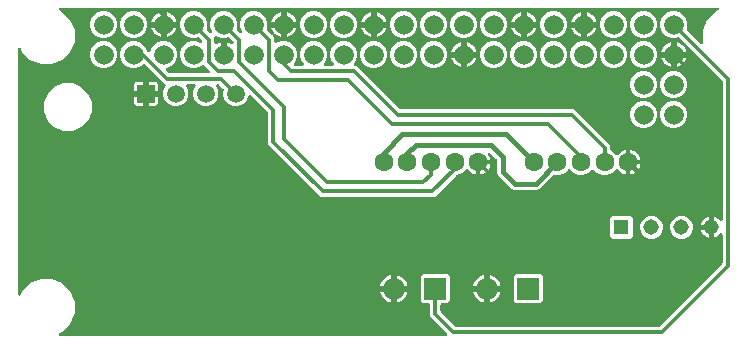
<source format=gbr>
G04 EAGLE Gerber RS-274X export*
G75*
%MOMM*%
%FSLAX34Y34*%
%LPD*%
%INBottom Copper*%
%IPPOS*%
%AMOC8*
5,1,8,0,0,1.08239X$1,22.5*%
G01*
%ADD10R,1.508000X1.508000*%
%ADD11C,1.508000*%
%ADD12C,1.665000*%
%ADD13R,1.308000X1.308000*%
%ADD14C,1.308000*%
%ADD15R,1.850000X1.850000*%
%ADD16C,1.850000*%
%ADD17C,1.600000*%
%ADD18C,0.254000*%
%ADD19C,0.406400*%
%ADD20C,0.304800*%

G36*
X902974Y282720D02*
X902974Y282720D01*
X903113Y282733D01*
X903132Y282740D01*
X903152Y282743D01*
X903281Y282794D01*
X903412Y282841D01*
X903429Y282852D01*
X903447Y282860D01*
X903560Y282941D01*
X903675Y283019D01*
X903688Y283035D01*
X903705Y283046D01*
X903793Y283154D01*
X903885Y283258D01*
X903895Y283276D01*
X903908Y283291D01*
X903967Y283417D01*
X904030Y283541D01*
X904035Y283561D01*
X904043Y283579D01*
X904069Y283715D01*
X904100Y283851D01*
X904099Y283872D01*
X904103Y283891D01*
X904094Y284030D01*
X904090Y284169D01*
X904084Y284189D01*
X904083Y284209D01*
X904040Y284341D01*
X904002Y284475D01*
X903991Y284492D01*
X903985Y284511D01*
X903911Y284629D01*
X903840Y284749D01*
X903822Y284770D01*
X903815Y284780D01*
X903800Y284794D01*
X903734Y284869D01*
X892278Y296326D01*
X889227Y299376D01*
X889227Y309012D01*
X889212Y309130D01*
X889205Y309249D01*
X889192Y309287D01*
X889187Y309328D01*
X889144Y309438D01*
X889107Y309551D01*
X889085Y309586D01*
X889070Y309623D01*
X889001Y309719D01*
X888937Y309820D01*
X888907Y309848D01*
X888884Y309881D01*
X888792Y309957D01*
X888705Y310038D01*
X888670Y310058D01*
X888639Y310083D01*
X888531Y310134D01*
X888427Y310192D01*
X888387Y310202D01*
X888351Y310219D01*
X888234Y310241D01*
X888119Y310271D01*
X888059Y310275D01*
X888039Y310279D01*
X888018Y310277D01*
X887958Y310281D01*
X883287Y310281D01*
X881501Y312067D01*
X881501Y333093D01*
X883287Y334879D01*
X904313Y334879D01*
X906099Y333093D01*
X906099Y312067D01*
X904313Y310281D01*
X899642Y310281D01*
X899524Y310266D01*
X899405Y310259D01*
X899367Y310246D01*
X899326Y310241D01*
X899216Y310198D01*
X899103Y310161D01*
X899068Y310139D01*
X899031Y310124D01*
X898935Y310055D01*
X898834Y309991D01*
X898806Y309961D01*
X898773Y309938D01*
X898697Y309846D01*
X898616Y309759D01*
X898596Y309724D01*
X898571Y309693D01*
X898520Y309585D01*
X898462Y309481D01*
X898452Y309441D01*
X898435Y309405D01*
X898413Y309288D01*
X898383Y309173D01*
X898379Y309113D01*
X898375Y309093D01*
X898377Y309072D01*
X898373Y309012D01*
X898373Y303690D01*
X898385Y303592D01*
X898388Y303493D01*
X898405Y303434D01*
X898413Y303374D01*
X898449Y303282D01*
X898477Y303187D01*
X898507Y303135D01*
X898530Y303079D01*
X898588Y302999D01*
X898638Y302913D01*
X898704Y302838D01*
X898716Y302821D01*
X898726Y302813D01*
X898744Y302792D01*
X910842Y290694D01*
X910921Y290634D01*
X910993Y290566D01*
X911046Y290537D01*
X911094Y290500D01*
X911185Y290460D01*
X911271Y290412D01*
X911330Y290397D01*
X911385Y290373D01*
X911483Y290358D01*
X911579Y290333D01*
X911679Y290327D01*
X911700Y290323D01*
X911712Y290325D01*
X911740Y290323D01*
X1083430Y290323D01*
X1083528Y290335D01*
X1083627Y290338D01*
X1083686Y290355D01*
X1083746Y290363D01*
X1083838Y290399D01*
X1083933Y290427D01*
X1083985Y290457D01*
X1084041Y290480D01*
X1084121Y290538D01*
X1084207Y290588D01*
X1084282Y290654D01*
X1084299Y290666D01*
X1084307Y290676D01*
X1084328Y290694D01*
X1136786Y343152D01*
X1136846Y343231D01*
X1136914Y343303D01*
X1136943Y343356D01*
X1136980Y343404D01*
X1137020Y343495D01*
X1137068Y343581D01*
X1137083Y343640D01*
X1137107Y343695D01*
X1137122Y343793D01*
X1137147Y343889D01*
X1137153Y343989D01*
X1137157Y344010D01*
X1137155Y344022D01*
X1137157Y344050D01*
X1137157Y368229D01*
X1137147Y368308D01*
X1137147Y368388D01*
X1137127Y368465D01*
X1137117Y368544D01*
X1137088Y368618D01*
X1137068Y368696D01*
X1137030Y368766D01*
X1137000Y368840D01*
X1136954Y368904D01*
X1136915Y368974D01*
X1136861Y369033D01*
X1136814Y369097D01*
X1136752Y369148D01*
X1136698Y369206D01*
X1136630Y369249D01*
X1136569Y369300D01*
X1136497Y369334D01*
X1136429Y369377D01*
X1136353Y369402D01*
X1136281Y369436D01*
X1136203Y369451D01*
X1136127Y369475D01*
X1136047Y369480D01*
X1135969Y369496D01*
X1135889Y369491D01*
X1135809Y369496D01*
X1135731Y369481D01*
X1135651Y369476D01*
X1135575Y369451D01*
X1135497Y369436D01*
X1135425Y369402D01*
X1135349Y369378D01*
X1135281Y369335D01*
X1135209Y369301D01*
X1135148Y369250D01*
X1135080Y369208D01*
X1135025Y369149D01*
X1134964Y369099D01*
X1134863Y368977D01*
X1134862Y368976D01*
X1134861Y368975D01*
X1134686Y368734D01*
X1133676Y367724D01*
X1132519Y366883D01*
X1131246Y366235D01*
X1129886Y365793D01*
X1129759Y365773D01*
X1129759Y373920D01*
X1129744Y374038D01*
X1129737Y374157D01*
X1129724Y374195D01*
X1129719Y374235D01*
X1129676Y374346D01*
X1129639Y374459D01*
X1129617Y374493D01*
X1129602Y374531D01*
X1129533Y374627D01*
X1129522Y374644D01*
X1129536Y374668D01*
X1129561Y374700D01*
X1129612Y374807D01*
X1129670Y374912D01*
X1129680Y374951D01*
X1129697Y374987D01*
X1129719Y375104D01*
X1129749Y375220D01*
X1129753Y375280D01*
X1129757Y375300D01*
X1129755Y375320D01*
X1129759Y375380D01*
X1129759Y383527D01*
X1129886Y383507D01*
X1131246Y383065D01*
X1132519Y382417D01*
X1133676Y381576D01*
X1134686Y380566D01*
X1134861Y380325D01*
X1134916Y380267D01*
X1134962Y380203D01*
X1135024Y380152D01*
X1135079Y380093D01*
X1135146Y380051D01*
X1135207Y380000D01*
X1135280Y379966D01*
X1135347Y379923D01*
X1135423Y379898D01*
X1135495Y379864D01*
X1135574Y379849D01*
X1135650Y379824D01*
X1135729Y379819D01*
X1135808Y379804D01*
X1135887Y379809D01*
X1135967Y379804D01*
X1136045Y379819D01*
X1136125Y379824D01*
X1136201Y379849D01*
X1136280Y379864D01*
X1136352Y379898D01*
X1136427Y379922D01*
X1136495Y379965D01*
X1136567Y379999D01*
X1136629Y380050D01*
X1136696Y380092D01*
X1136751Y380151D01*
X1136813Y380202D01*
X1136859Y380266D01*
X1136914Y380324D01*
X1136953Y380394D01*
X1137000Y380459D01*
X1137029Y380533D01*
X1137068Y380603D01*
X1137088Y380680D01*
X1137117Y380754D01*
X1137127Y380833D01*
X1137147Y380910D01*
X1137157Y381068D01*
X1137157Y381070D01*
X1137157Y381071D01*
X1137157Y498010D01*
X1137145Y498108D01*
X1137142Y498207D01*
X1137125Y498266D01*
X1137117Y498326D01*
X1137081Y498418D01*
X1137053Y498513D01*
X1137023Y498565D01*
X1137000Y498621D01*
X1136942Y498701D01*
X1136892Y498787D01*
X1136826Y498862D01*
X1136814Y498879D01*
X1136804Y498887D01*
X1136786Y498908D01*
X1106135Y529558D01*
X1106088Y529595D01*
X1106047Y529638D01*
X1105963Y529692D01*
X1105884Y529753D01*
X1105829Y529777D01*
X1105778Y529809D01*
X1105684Y529840D01*
X1105592Y529879D01*
X1105533Y529889D01*
X1105476Y529907D01*
X1105377Y529913D01*
X1105278Y529929D01*
X1105218Y529923D01*
X1105159Y529927D01*
X1105061Y529909D01*
X1104981Y529901D01*
X1104987Y529919D01*
X1104991Y529979D01*
X1105004Y530037D01*
X1105001Y530137D01*
X1105007Y530236D01*
X1104996Y530295D01*
X1104994Y530355D01*
X1104967Y530451D01*
X1104948Y530549D01*
X1104923Y530603D01*
X1104906Y530660D01*
X1104855Y530746D01*
X1104813Y530837D01*
X1104775Y530883D01*
X1104744Y530934D01*
X1104638Y531055D01*
X1100652Y535041D01*
X1100629Y535059D01*
X1100610Y535082D01*
X1100504Y535156D01*
X1100401Y535236D01*
X1100374Y535248D01*
X1100350Y535265D01*
X1100228Y535311D01*
X1100109Y535362D01*
X1100080Y535367D01*
X1100052Y535378D01*
X1099923Y535392D01*
X1099795Y535412D01*
X1099765Y535410D01*
X1099736Y535413D01*
X1099608Y535395D01*
X1099478Y535382D01*
X1099450Y535372D01*
X1099421Y535368D01*
X1099269Y535316D01*
X1098182Y534866D01*
X1093658Y534866D01*
X1089477Y536598D01*
X1086278Y539797D01*
X1084546Y543978D01*
X1084546Y548502D01*
X1086278Y552683D01*
X1089477Y555882D01*
X1093658Y557614D01*
X1098182Y557614D01*
X1102363Y555882D01*
X1105562Y552683D01*
X1107294Y548502D01*
X1107294Y543978D01*
X1106844Y542891D01*
X1106836Y542863D01*
X1106822Y542836D01*
X1106794Y542710D01*
X1106760Y542584D01*
X1106759Y542555D01*
X1106753Y542526D01*
X1106757Y542396D01*
X1106755Y542266D01*
X1106762Y542238D01*
X1106762Y542208D01*
X1106799Y542084D01*
X1106829Y541957D01*
X1106843Y541931D01*
X1106851Y541903D01*
X1106917Y541791D01*
X1106978Y541676D01*
X1106997Y541654D01*
X1107012Y541629D01*
X1107119Y541508D01*
X1118540Y530087D01*
X1118595Y530044D01*
X1118644Y529994D01*
X1118720Y529947D01*
X1118791Y529892D01*
X1118855Y529864D01*
X1118915Y529828D01*
X1119000Y529801D01*
X1119083Y529766D01*
X1119152Y529755D01*
X1119219Y529734D01*
X1119308Y529730D01*
X1119397Y529716D01*
X1119467Y529722D01*
X1119536Y529719D01*
X1119624Y529737D01*
X1119714Y529746D01*
X1119780Y529769D01*
X1119848Y529783D01*
X1119928Y529823D01*
X1120013Y529853D01*
X1120071Y529892D01*
X1120133Y529923D01*
X1120202Y529981D01*
X1120276Y530032D01*
X1120322Y530084D01*
X1120375Y530129D01*
X1120427Y530203D01*
X1120487Y530270D01*
X1120518Y530332D01*
X1120559Y530389D01*
X1120590Y530473D01*
X1120631Y530553D01*
X1120647Y530621D01*
X1120671Y530687D01*
X1120681Y530776D01*
X1120701Y530864D01*
X1120699Y530933D01*
X1120707Y531003D01*
X1120694Y531092D01*
X1120691Y531182D01*
X1120672Y531249D01*
X1120662Y531318D01*
X1120610Y531470D01*
X1120459Y531834D01*
X1120459Y541446D01*
X1124137Y550326D01*
X1130934Y557123D01*
X1133379Y558135D01*
X1133440Y558170D01*
X1133505Y558196D01*
X1133578Y558248D01*
X1133656Y558293D01*
X1133706Y558341D01*
X1133762Y558382D01*
X1133820Y558452D01*
X1133884Y558514D01*
X1133921Y558574D01*
X1133965Y558627D01*
X1134003Y558709D01*
X1134050Y558785D01*
X1134071Y558852D01*
X1134101Y558915D01*
X1134117Y559003D01*
X1134144Y559089D01*
X1134147Y559159D01*
X1134160Y559228D01*
X1134155Y559317D01*
X1134159Y559407D01*
X1134145Y559475D01*
X1134141Y559545D01*
X1134113Y559630D01*
X1134095Y559718D01*
X1134064Y559781D01*
X1134043Y559847D01*
X1133995Y559923D01*
X1133955Y560004D01*
X1133910Y560057D01*
X1133872Y560116D01*
X1133807Y560178D01*
X1133749Y560246D01*
X1133692Y560286D01*
X1133641Y560334D01*
X1133562Y560377D01*
X1133489Y560429D01*
X1133423Y560454D01*
X1133362Y560488D01*
X1133275Y560510D01*
X1133191Y560542D01*
X1133122Y560550D01*
X1133054Y560567D01*
X1132894Y560577D01*
X576346Y560577D01*
X576277Y560569D01*
X576207Y560570D01*
X576120Y560549D01*
X576031Y560537D01*
X575966Y560512D01*
X575898Y560495D01*
X575819Y560453D01*
X575735Y560420D01*
X575679Y560379D01*
X575617Y560347D01*
X575550Y560286D01*
X575478Y560234D01*
X575433Y560180D01*
X575382Y560133D01*
X575332Y560058D01*
X575275Y559989D01*
X575245Y559925D01*
X575207Y559867D01*
X575178Y559782D01*
X575139Y559701D01*
X575126Y559632D01*
X575104Y559566D01*
X575096Y559477D01*
X575080Y559389D01*
X575084Y559319D01*
X575078Y559249D01*
X575094Y559161D01*
X575099Y559071D01*
X575121Y559005D01*
X575133Y558936D01*
X575170Y558854D01*
X575197Y558769D01*
X575235Y558710D01*
X575263Y558646D01*
X575319Y558576D01*
X575368Y558500D01*
X575418Y558452D01*
X575462Y558398D01*
X575534Y558343D01*
X575599Y558282D01*
X575660Y558248D01*
X575716Y558206D01*
X575861Y558135D01*
X578306Y557123D01*
X585103Y550326D01*
X588781Y541446D01*
X588781Y531834D01*
X585103Y522954D01*
X578306Y516157D01*
X569426Y512479D01*
X559814Y512479D01*
X550934Y516157D01*
X544137Y522954D01*
X542955Y525810D01*
X542920Y525870D01*
X542894Y525935D01*
X542842Y526008D01*
X542797Y526086D01*
X542749Y526136D01*
X542708Y526193D01*
X542638Y526250D01*
X542576Y526314D01*
X542516Y526351D01*
X542463Y526395D01*
X542381Y526434D01*
X542305Y526481D01*
X542238Y526501D01*
X542175Y526531D01*
X542087Y526548D01*
X542001Y526574D01*
X541931Y526578D01*
X541862Y526591D01*
X541773Y526585D01*
X541683Y526589D01*
X541615Y526575D01*
X541545Y526571D01*
X541460Y526543D01*
X541372Y526525D01*
X541309Y526494D01*
X541243Y526473D01*
X541167Y526425D01*
X541086Y526385D01*
X541033Y526340D01*
X540974Y526303D01*
X540912Y526237D01*
X540844Y526179D01*
X540804Y526122D01*
X540756Y526071D01*
X540713Y525993D01*
X540661Y525919D01*
X540636Y525854D01*
X540602Y525793D01*
X540580Y525706D01*
X540548Y525622D01*
X540540Y525552D01*
X540523Y525485D01*
X540513Y525324D01*
X540513Y317956D01*
X540521Y317887D01*
X540520Y317817D01*
X540541Y317729D01*
X540553Y317640D01*
X540578Y317575D01*
X540595Y317508D01*
X540637Y317428D01*
X540670Y317345D01*
X540711Y317288D01*
X540743Y317226D01*
X540804Y317160D01*
X540856Y317087D01*
X540910Y317043D01*
X540957Y316991D01*
X541032Y316942D01*
X541101Y316885D01*
X541165Y316855D01*
X541223Y316816D01*
X541308Y316787D01*
X541389Y316749D01*
X541458Y316736D01*
X541524Y316713D01*
X541613Y316706D01*
X541701Y316689D01*
X541771Y316694D01*
X541841Y316688D01*
X541929Y316703D01*
X542019Y316709D01*
X542085Y316730D01*
X542154Y316742D01*
X542236Y316779D01*
X542321Y316807D01*
X542380Y316844D01*
X542444Y316873D01*
X542514Y316929D01*
X542590Y316977D01*
X542638Y317028D01*
X542692Y317072D01*
X542747Y317143D01*
X542808Y317209D01*
X542842Y317270D01*
X542884Y317326D01*
X542955Y317470D01*
X544137Y320326D01*
X550934Y327123D01*
X559814Y330801D01*
X569426Y330801D01*
X578306Y327123D01*
X585103Y320326D01*
X588781Y311446D01*
X588781Y301834D01*
X585103Y292954D01*
X578306Y286157D01*
X575861Y285145D01*
X575800Y285110D01*
X575735Y285084D01*
X575662Y285032D01*
X575584Y284987D01*
X575534Y284939D01*
X575478Y284898D01*
X575420Y284828D01*
X575356Y284766D01*
X575319Y284706D01*
X575275Y284653D01*
X575237Y284571D01*
X575190Y284495D01*
X575169Y284428D01*
X575139Y284365D01*
X575122Y284277D01*
X575096Y284191D01*
X575093Y284121D01*
X575080Y284052D01*
X575085Y283963D01*
X575081Y283873D01*
X575095Y283805D01*
X575099Y283735D01*
X575127Y283650D01*
X575145Y283562D01*
X575176Y283499D01*
X575197Y283433D01*
X575245Y283357D01*
X575285Y283276D01*
X575330Y283223D01*
X575368Y283164D01*
X575433Y283102D01*
X575491Y283034D01*
X575548Y282994D01*
X575599Y282946D01*
X575678Y282903D01*
X575751Y282851D01*
X575817Y282826D01*
X575878Y282792D01*
X575964Y282770D01*
X576049Y282738D01*
X576118Y282730D01*
X576186Y282713D01*
X576346Y282703D01*
X902836Y282703D01*
X902974Y282720D01*
G37*
%LPC*%
G36*
X796936Y400557D02*
X796936Y400557D01*
X752347Y445146D01*
X752347Y471290D01*
X752335Y471388D01*
X752332Y471487D01*
X752315Y471546D01*
X752307Y471606D01*
X752271Y471698D01*
X752243Y471793D01*
X752213Y471845D01*
X752190Y471901D01*
X752132Y471981D01*
X752082Y472067D01*
X752016Y472142D01*
X752004Y472159D01*
X751994Y472167D01*
X751976Y472188D01*
X737925Y486238D01*
X737816Y486323D01*
X737709Y486412D01*
X737690Y486420D01*
X737674Y486433D01*
X737546Y486488D01*
X737421Y486547D01*
X737401Y486551D01*
X737382Y486559D01*
X737244Y486581D01*
X737108Y486607D01*
X737088Y486606D01*
X737068Y486609D01*
X736929Y486596D01*
X736791Y486587D01*
X736772Y486581D01*
X736752Y486579D01*
X736620Y486532D01*
X736489Y486489D01*
X736471Y486478D01*
X736452Y486471D01*
X736337Y486393D01*
X736220Y486319D01*
X736206Y486304D01*
X736189Y486293D01*
X736097Y486189D01*
X736002Y486087D01*
X735992Y486070D01*
X735979Y486054D01*
X735915Y485931D01*
X735848Y485809D01*
X735843Y485789D01*
X735834Y485771D01*
X735827Y485738D01*
X734147Y481682D01*
X731168Y478703D01*
X727276Y477091D01*
X723064Y477091D01*
X719172Y478703D01*
X716193Y481682D01*
X714581Y485574D01*
X714581Y489786D01*
X714847Y490428D01*
X714855Y490457D01*
X714868Y490483D01*
X714897Y490609D01*
X714931Y490735D01*
X714932Y490764D01*
X714938Y490793D01*
X714934Y490923D01*
X714936Y491053D01*
X714929Y491081D01*
X714928Y491111D01*
X714892Y491236D01*
X714862Y491362D01*
X714848Y491388D01*
X714840Y491416D01*
X714774Y491528D01*
X714713Y491643D01*
X714693Y491665D01*
X714678Y491690D01*
X714572Y491811D01*
X710948Y495436D01*
X710869Y495496D01*
X710797Y495564D01*
X710744Y495593D01*
X710696Y495630D01*
X710605Y495670D01*
X710519Y495718D01*
X710460Y495733D01*
X710405Y495757D01*
X710307Y495772D01*
X710211Y495797D01*
X710111Y495803D01*
X710090Y495807D01*
X710078Y495805D01*
X710050Y495807D01*
X709682Y495807D01*
X709544Y495790D01*
X709405Y495777D01*
X709386Y495770D01*
X709366Y495767D01*
X709237Y495716D01*
X709106Y495669D01*
X709089Y495658D01*
X709070Y495650D01*
X708958Y495569D01*
X708843Y495491D01*
X708829Y495475D01*
X708813Y495464D01*
X708724Y495356D01*
X708632Y495252D01*
X708623Y495234D01*
X708610Y495219D01*
X708551Y495093D01*
X708488Y494969D01*
X708483Y494949D01*
X708475Y494931D01*
X708449Y494795D01*
X708418Y494659D01*
X708419Y494638D01*
X708415Y494619D01*
X708424Y494480D01*
X708428Y494341D01*
X708433Y494321D01*
X708435Y494301D01*
X708478Y494169D01*
X708516Y494035D01*
X708527Y494018D01*
X708533Y493999D01*
X708607Y493881D01*
X708678Y493761D01*
X708696Y493740D01*
X708703Y493730D01*
X708718Y493716D01*
X708743Y493688D01*
X710359Y489786D01*
X710359Y485574D01*
X708747Y481682D01*
X705768Y478703D01*
X701876Y477091D01*
X697664Y477091D01*
X693772Y478703D01*
X690793Y481682D01*
X689181Y485574D01*
X689181Y489786D01*
X690803Y493701D01*
X690841Y493750D01*
X690930Y493857D01*
X690938Y493876D01*
X690951Y493892D01*
X691006Y494020D01*
X691065Y494145D01*
X691069Y494165D01*
X691077Y494184D01*
X691099Y494321D01*
X691125Y494458D01*
X691124Y494478D01*
X691127Y494498D01*
X691114Y494636D01*
X691105Y494775D01*
X691099Y494794D01*
X691097Y494814D01*
X691050Y494946D01*
X691007Y495077D01*
X690996Y495094D01*
X690990Y495114D01*
X690911Y495229D01*
X690837Y495346D01*
X690822Y495360D01*
X690811Y495377D01*
X690707Y495469D01*
X690605Y495564D01*
X690588Y495574D01*
X690573Y495587D01*
X690449Y495650D01*
X690327Y495718D01*
X690307Y495723D01*
X690289Y495732D01*
X690153Y495762D01*
X690019Y495797D01*
X689991Y495799D01*
X689979Y495802D01*
X689959Y495801D01*
X689858Y495807D01*
X684282Y495807D01*
X684144Y495790D01*
X684005Y495777D01*
X683986Y495770D01*
X683966Y495767D01*
X683837Y495716D01*
X683706Y495669D01*
X683689Y495658D01*
X683670Y495650D01*
X683558Y495569D01*
X683443Y495491D01*
X683429Y495475D01*
X683413Y495464D01*
X683324Y495356D01*
X683232Y495252D01*
X683223Y495234D01*
X683210Y495219D01*
X683151Y495093D01*
X683088Y494969D01*
X683083Y494949D01*
X683075Y494931D01*
X683049Y494795D01*
X683018Y494659D01*
X683019Y494638D01*
X683015Y494619D01*
X683024Y494480D01*
X683028Y494341D01*
X683033Y494321D01*
X683035Y494301D01*
X683078Y494169D01*
X683116Y494035D01*
X683127Y494018D01*
X683133Y493999D01*
X683207Y493881D01*
X683278Y493761D01*
X683296Y493740D01*
X683303Y493730D01*
X683318Y493716D01*
X683343Y493688D01*
X684959Y489786D01*
X684959Y485574D01*
X683347Y481682D01*
X680368Y478703D01*
X676476Y477091D01*
X672264Y477091D01*
X668372Y478703D01*
X665393Y481682D01*
X663781Y485574D01*
X663781Y489786D01*
X665403Y493701D01*
X665441Y493750D01*
X665530Y493857D01*
X665538Y493876D01*
X665551Y493892D01*
X665606Y494020D01*
X665665Y494145D01*
X665669Y494165D01*
X665677Y494184D01*
X665699Y494321D01*
X665725Y494458D01*
X665724Y494478D01*
X665727Y494498D01*
X665714Y494636D01*
X665705Y494775D01*
X665699Y494794D01*
X665697Y494814D01*
X665650Y494946D01*
X665607Y495077D01*
X665596Y495094D01*
X665590Y495114D01*
X665511Y495229D01*
X665437Y495346D01*
X665422Y495360D01*
X665411Y495377D01*
X665307Y495469D01*
X665205Y495564D01*
X665188Y495574D01*
X665173Y495587D01*
X665077Y495636D01*
X648237Y512477D01*
X648142Y512550D01*
X648053Y512628D01*
X648017Y512647D01*
X647985Y512672D01*
X647876Y512719D01*
X647770Y512773D01*
X647731Y512782D01*
X647693Y512798D01*
X647576Y512817D01*
X647460Y512843D01*
X647419Y512841D01*
X647379Y512848D01*
X647261Y512837D01*
X647142Y512833D01*
X647103Y512822D01*
X647063Y512818D01*
X646951Y512778D01*
X646836Y512745D01*
X646801Y512724D01*
X646763Y512710D01*
X646665Y512643D01*
X646562Y512583D01*
X646517Y512543D01*
X646500Y512532D01*
X646487Y512517D01*
X646442Y512477D01*
X645163Y511198D01*
X640982Y509466D01*
X636458Y509466D01*
X632277Y511198D01*
X629078Y514397D01*
X627346Y518578D01*
X627346Y523102D01*
X629078Y527283D01*
X632277Y530482D01*
X636458Y532214D01*
X640982Y532214D01*
X645163Y530482D01*
X648362Y527283D01*
X649678Y524105D01*
X649683Y524097D01*
X649686Y524088D01*
X649762Y523959D01*
X649836Y523829D01*
X649842Y523822D01*
X649847Y523814D01*
X649954Y523693D01*
X650758Y522889D01*
X650797Y522858D01*
X650831Y522821D01*
X650923Y522761D01*
X651009Y522694D01*
X651055Y522674D01*
X651097Y522647D01*
X651201Y522611D01*
X651301Y522567D01*
X651350Y522560D01*
X651397Y522543D01*
X651507Y522535D01*
X651615Y522518D01*
X651665Y522522D01*
X651714Y522518D01*
X651823Y522537D01*
X651932Y522547D01*
X651979Y522564D01*
X652028Y522573D01*
X652128Y522618D01*
X652231Y522655D01*
X652273Y522683D01*
X652318Y522703D01*
X652403Y522772D01*
X652494Y522834D01*
X652527Y522871D01*
X652566Y522902D01*
X652632Y522990D01*
X652705Y523072D01*
X652727Y523116D01*
X652757Y523156D01*
X652828Y523300D01*
X654478Y527283D01*
X657677Y530482D01*
X661858Y532214D01*
X666382Y532214D01*
X670563Y530482D01*
X673762Y527283D01*
X675494Y523102D01*
X675494Y518578D01*
X673762Y514397D01*
X670563Y511198D01*
X666580Y509548D01*
X666537Y509524D01*
X666491Y509507D01*
X666400Y509445D01*
X666304Y509391D01*
X666268Y509356D01*
X666227Y509328D01*
X666155Y509246D01*
X666076Y509169D01*
X666050Y509127D01*
X666017Y509090D01*
X665967Y508992D01*
X665910Y508898D01*
X665895Y508851D01*
X665872Y508807D01*
X665848Y508699D01*
X665816Y508594D01*
X665814Y508545D01*
X665803Y508496D01*
X665806Y508386D01*
X665801Y508277D01*
X665811Y508228D01*
X665812Y508178D01*
X665843Y508073D01*
X665865Y507965D01*
X665887Y507921D01*
X665901Y507873D01*
X665956Y507778D01*
X666005Y507680D01*
X666037Y507642D01*
X666062Y507599D01*
X666169Y507478D01*
X668322Y505324D01*
X668401Y505264D01*
X668473Y505196D01*
X668526Y505167D01*
X668574Y505130D01*
X668665Y505090D01*
X668751Y505042D01*
X668810Y505027D01*
X668865Y505003D01*
X668963Y504988D01*
X669059Y504963D01*
X669159Y504957D01*
X669180Y504953D01*
X669192Y504955D01*
X669220Y504953D01*
X702176Y504953D01*
X702314Y504970D01*
X702453Y504983D01*
X702472Y504990D01*
X702492Y504993D01*
X702621Y505044D01*
X702752Y505091D01*
X702769Y505102D01*
X702787Y505110D01*
X702900Y505191D01*
X703015Y505269D01*
X703028Y505285D01*
X703045Y505296D01*
X703134Y505404D01*
X703225Y505508D01*
X703235Y505526D01*
X703248Y505541D01*
X703307Y505667D01*
X703370Y505791D01*
X703375Y505811D01*
X703383Y505829D01*
X703409Y505965D01*
X703440Y506101D01*
X703439Y506122D01*
X703443Y506141D01*
X703434Y506280D01*
X703430Y506419D01*
X703424Y506439D01*
X703423Y506459D01*
X703380Y506591D01*
X703342Y506725D01*
X703331Y506742D01*
X703325Y506761D01*
X703251Y506879D01*
X703180Y506999D01*
X703162Y507020D01*
X703155Y507030D01*
X703140Y507044D01*
X703074Y507119D01*
X698377Y511817D01*
X698282Y511890D01*
X698193Y511968D01*
X698157Y511987D01*
X698125Y512012D01*
X698016Y512059D01*
X697910Y512113D01*
X697871Y512122D01*
X697833Y512138D01*
X697716Y512157D01*
X697600Y512183D01*
X697559Y512181D01*
X697519Y512188D01*
X697401Y512177D01*
X697282Y512173D01*
X697243Y512162D01*
X697203Y512158D01*
X697091Y512118D01*
X696976Y512085D01*
X696941Y512064D01*
X696903Y512050D01*
X696805Y511984D01*
X696702Y511923D01*
X696657Y511883D01*
X696640Y511872D01*
X696627Y511856D01*
X696582Y511817D01*
X695963Y511198D01*
X691782Y509466D01*
X687258Y509466D01*
X683077Y511198D01*
X679878Y514397D01*
X678146Y518578D01*
X678146Y523102D01*
X679878Y527283D01*
X683077Y530482D01*
X687258Y532214D01*
X691782Y532214D01*
X694930Y530910D01*
X694997Y530892D01*
X695061Y530864D01*
X695150Y530850D01*
X695237Y530826D01*
X695306Y530825D01*
X695375Y530814D01*
X695465Y530822D01*
X695555Y530821D01*
X695622Y530837D01*
X695692Y530844D01*
X695776Y530874D01*
X695864Y530895D01*
X695926Y530928D01*
X695991Y530951D01*
X696066Y531002D01*
X696145Y531044D01*
X696197Y531091D01*
X696254Y531130D01*
X696314Y531197D01*
X696380Y531258D01*
X696419Y531316D01*
X696465Y531368D01*
X696506Y531448D01*
X696555Y531523D01*
X696578Y531589D01*
X696609Y531652D01*
X696629Y531739D01*
X696658Y531824D01*
X696664Y531894D01*
X696679Y531962D01*
X696676Y532052D01*
X696683Y532141D01*
X696672Y532210D01*
X696669Y532280D01*
X696644Y532366D01*
X696629Y532455D01*
X696600Y532518D01*
X696581Y532585D01*
X696535Y532663D01*
X696498Y532745D01*
X696455Y532799D01*
X696419Y532859D01*
X696313Y532980D01*
X694252Y535041D01*
X694229Y535059D01*
X694210Y535082D01*
X694104Y535156D01*
X694001Y535236D01*
X693974Y535248D01*
X693950Y535265D01*
X693828Y535311D01*
X693709Y535362D01*
X693680Y535367D01*
X693652Y535378D01*
X693523Y535392D01*
X693395Y535412D01*
X693365Y535410D01*
X693336Y535413D01*
X693208Y535395D01*
X693078Y535382D01*
X693050Y535372D01*
X693021Y535368D01*
X692869Y535316D01*
X691782Y534866D01*
X687258Y534866D01*
X683077Y536598D01*
X679878Y539797D01*
X678146Y543978D01*
X678146Y548502D01*
X679878Y552683D01*
X683077Y555882D01*
X687258Y557614D01*
X691782Y557614D01*
X695963Y555882D01*
X699162Y552683D01*
X700894Y548502D01*
X700894Y543978D01*
X700444Y542891D01*
X700436Y542863D01*
X700422Y542836D01*
X700394Y542710D01*
X700360Y542584D01*
X700359Y542555D01*
X700353Y542526D01*
X700357Y542396D01*
X700355Y542266D01*
X700362Y542238D01*
X700362Y542208D01*
X700399Y542084D01*
X700429Y541957D01*
X700443Y541931D01*
X700451Y541903D01*
X700517Y541791D01*
X700578Y541676D01*
X700597Y541654D01*
X700612Y541629D01*
X700719Y541508D01*
X702780Y539447D01*
X702835Y539404D01*
X702884Y539354D01*
X702912Y539337D01*
X702914Y539334D01*
X702927Y539327D01*
X702960Y539307D01*
X703031Y539252D01*
X703095Y539224D01*
X703155Y539188D01*
X703240Y539161D01*
X703323Y539126D01*
X703392Y539115D01*
X703459Y539094D01*
X703548Y539090D01*
X703637Y539076D01*
X703707Y539082D01*
X703776Y539079D01*
X703864Y539097D01*
X703954Y539106D01*
X704019Y539129D01*
X704088Y539143D01*
X704169Y539183D01*
X704253Y539213D01*
X704311Y539252D01*
X704373Y539283D01*
X704442Y539341D01*
X704516Y539392D01*
X704562Y539444D01*
X704615Y539489D01*
X704667Y539563D01*
X704727Y539630D01*
X704758Y539692D01*
X704799Y539749D01*
X704830Y539833D01*
X704871Y539913D01*
X704886Y539982D01*
X704911Y540047D01*
X704921Y540136D01*
X704941Y540224D01*
X704939Y540293D01*
X704946Y540363D01*
X704934Y540452D01*
X704931Y540542D01*
X704918Y540586D01*
X704918Y540597D01*
X704910Y540621D01*
X704902Y540678D01*
X704850Y540830D01*
X703546Y543978D01*
X703546Y548502D01*
X705278Y552683D01*
X708477Y555882D01*
X712658Y557614D01*
X717182Y557614D01*
X721363Y555882D01*
X724562Y552683D01*
X726294Y548502D01*
X726294Y543978D01*
X725844Y542891D01*
X725836Y542863D01*
X725822Y542836D01*
X725794Y542710D01*
X725760Y542584D01*
X725759Y542555D01*
X725753Y542526D01*
X725757Y542396D01*
X725755Y542266D01*
X725762Y542238D01*
X725762Y542208D01*
X725799Y542084D01*
X725829Y541957D01*
X725843Y541931D01*
X725851Y541903D01*
X725917Y541791D01*
X725978Y541676D01*
X725997Y541654D01*
X726012Y541629D01*
X726119Y541508D01*
X728180Y539447D01*
X728235Y539404D01*
X728284Y539354D01*
X728312Y539337D01*
X728314Y539334D01*
X728327Y539327D01*
X728360Y539307D01*
X728431Y539252D01*
X728495Y539224D01*
X728555Y539188D01*
X728640Y539161D01*
X728723Y539126D01*
X728792Y539115D01*
X728859Y539094D01*
X728948Y539090D01*
X729037Y539076D01*
X729107Y539082D01*
X729176Y539079D01*
X729264Y539097D01*
X729354Y539106D01*
X729419Y539129D01*
X729488Y539143D01*
X729569Y539183D01*
X729653Y539213D01*
X729711Y539252D01*
X729773Y539283D01*
X729842Y539341D01*
X729916Y539392D01*
X729962Y539444D01*
X730015Y539489D01*
X730067Y539563D01*
X730127Y539630D01*
X730158Y539692D01*
X730199Y539749D01*
X730230Y539833D01*
X730271Y539913D01*
X730286Y539982D01*
X730311Y540047D01*
X730321Y540136D01*
X730341Y540224D01*
X730339Y540293D01*
X730346Y540363D01*
X730334Y540452D01*
X730331Y540542D01*
X730318Y540586D01*
X730318Y540597D01*
X730310Y540621D01*
X730302Y540678D01*
X730250Y540830D01*
X728946Y543978D01*
X728946Y548502D01*
X730678Y552683D01*
X733877Y555882D01*
X738058Y557614D01*
X742582Y557614D01*
X746763Y555882D01*
X749962Y552683D01*
X751694Y548502D01*
X751694Y543978D01*
X751244Y542891D01*
X751236Y542863D01*
X751222Y542836D01*
X751194Y542710D01*
X751160Y542584D01*
X751159Y542555D01*
X751153Y542526D01*
X751157Y542396D01*
X751155Y542266D01*
X751162Y542238D01*
X751162Y542208D01*
X751199Y542084D01*
X751229Y541957D01*
X751243Y541931D01*
X751251Y541903D01*
X751317Y541791D01*
X751378Y541676D01*
X751397Y541654D01*
X751412Y541629D01*
X751519Y541508D01*
X754632Y538394D01*
X755505Y537522D01*
X755552Y537485D01*
X755593Y537442D01*
X755677Y537388D01*
X755756Y537327D01*
X755811Y537303D01*
X755862Y537271D01*
X755956Y537240D01*
X756048Y537201D01*
X756107Y537191D01*
X756164Y537173D01*
X756263Y537167D01*
X756362Y537151D01*
X756422Y537157D01*
X756481Y537153D01*
X756579Y537171D01*
X756659Y537179D01*
X756653Y537161D01*
X756649Y537101D01*
X756636Y537043D01*
X756639Y536943D01*
X756633Y536844D01*
X756644Y536785D01*
X756646Y536725D01*
X756673Y536629D01*
X756692Y536531D01*
X756717Y536477D01*
X756734Y536420D01*
X756785Y536334D01*
X756827Y536243D01*
X756865Y536197D01*
X756896Y536146D01*
X757002Y536025D01*
X757683Y535344D01*
X757683Y531721D01*
X757689Y531672D01*
X757687Y531622D01*
X757709Y531515D01*
X757723Y531406D01*
X757741Y531359D01*
X757751Y531311D01*
X757799Y531212D01*
X757840Y531110D01*
X757869Y531070D01*
X757891Y531025D01*
X757962Y530942D01*
X758026Y530853D01*
X758065Y530821D01*
X758097Y530783D01*
X758187Y530720D01*
X758271Y530650D01*
X758316Y530629D01*
X758357Y530600D01*
X758460Y530561D01*
X758559Y530514D01*
X758608Y530505D01*
X758654Y530487D01*
X758764Y530475D01*
X758871Y530455D01*
X758921Y530458D01*
X758970Y530452D01*
X759079Y530467D01*
X759189Y530474D01*
X759236Y530490D01*
X759285Y530497D01*
X759438Y530549D01*
X763458Y532214D01*
X767982Y532214D01*
X772163Y530482D01*
X775362Y527283D01*
X777094Y523102D01*
X777094Y518578D01*
X775362Y514397D01*
X774434Y513469D01*
X774350Y513360D01*
X774260Y513253D01*
X774252Y513234D01*
X774239Y513218D01*
X774184Y513091D01*
X774125Y512965D01*
X774121Y512945D01*
X774113Y512926D01*
X774091Y512788D01*
X774065Y512652D01*
X774066Y512632D01*
X774063Y512612D01*
X774076Y512473D01*
X774085Y512335D01*
X774091Y512316D01*
X774093Y512296D01*
X774140Y512164D01*
X774183Y512033D01*
X774194Y512015D01*
X774201Y511996D01*
X774279Y511881D01*
X774353Y511764D01*
X774368Y511750D01*
X774379Y511733D01*
X774483Y511641D01*
X774585Y511546D01*
X774602Y511536D01*
X774618Y511523D01*
X774741Y511460D01*
X774863Y511392D01*
X774883Y511387D01*
X774901Y511378D01*
X775037Y511348D01*
X775171Y511313D01*
X775199Y511311D01*
X775211Y511308D01*
X775232Y511309D01*
X775332Y511303D01*
X781508Y511303D01*
X781646Y511320D01*
X781785Y511333D01*
X781804Y511340D01*
X781824Y511343D01*
X781953Y511394D01*
X782084Y511441D01*
X782101Y511452D01*
X782119Y511460D01*
X782232Y511541D01*
X782347Y511619D01*
X782360Y511635D01*
X782377Y511646D01*
X782466Y511754D01*
X782557Y511858D01*
X782567Y511876D01*
X782580Y511891D01*
X782639Y512017D01*
X782702Y512141D01*
X782706Y512161D01*
X782715Y512179D01*
X782741Y512316D01*
X782772Y512451D01*
X782771Y512472D01*
X782775Y512491D01*
X782766Y512630D01*
X782762Y512769D01*
X782756Y512789D01*
X782755Y512809D01*
X782712Y512941D01*
X782674Y513075D01*
X782663Y513092D01*
X782657Y513111D01*
X782583Y513229D01*
X782512Y513349D01*
X782493Y513370D01*
X782487Y513380D01*
X782472Y513394D01*
X782406Y513469D01*
X781478Y514397D01*
X779746Y518578D01*
X779746Y523102D01*
X781478Y527283D01*
X784677Y530482D01*
X788858Y532214D01*
X793382Y532214D01*
X797563Y530482D01*
X800762Y527283D01*
X802494Y523102D01*
X802494Y518578D01*
X800762Y514397D01*
X799834Y513469D01*
X799750Y513360D01*
X799660Y513253D01*
X799652Y513234D01*
X799639Y513218D01*
X799584Y513091D01*
X799525Y512965D01*
X799521Y512945D01*
X799513Y512926D01*
X799491Y512788D01*
X799465Y512652D01*
X799466Y512632D01*
X799463Y512612D01*
X799476Y512473D01*
X799485Y512335D01*
X799491Y512316D01*
X799493Y512296D01*
X799540Y512164D01*
X799583Y512033D01*
X799594Y512015D01*
X799601Y511996D01*
X799679Y511881D01*
X799753Y511764D01*
X799768Y511750D01*
X799779Y511733D01*
X799883Y511641D01*
X799985Y511546D01*
X800002Y511536D01*
X800018Y511523D01*
X800141Y511460D01*
X800263Y511392D01*
X800283Y511387D01*
X800301Y511378D01*
X800437Y511348D01*
X800571Y511313D01*
X800599Y511311D01*
X800611Y511308D01*
X800632Y511309D01*
X800732Y511303D01*
X806908Y511303D01*
X807046Y511320D01*
X807185Y511333D01*
X807204Y511340D01*
X807224Y511343D01*
X807353Y511394D01*
X807484Y511441D01*
X807501Y511452D01*
X807519Y511460D01*
X807632Y511541D01*
X807747Y511619D01*
X807760Y511635D01*
X807777Y511646D01*
X807866Y511754D01*
X807957Y511858D01*
X807967Y511876D01*
X807980Y511891D01*
X808039Y512017D01*
X808102Y512141D01*
X808106Y512161D01*
X808115Y512179D01*
X808141Y512316D01*
X808172Y512451D01*
X808171Y512472D01*
X808175Y512491D01*
X808166Y512630D01*
X808162Y512769D01*
X808156Y512789D01*
X808155Y512809D01*
X808112Y512941D01*
X808074Y513075D01*
X808063Y513092D01*
X808057Y513111D01*
X807983Y513229D01*
X807912Y513349D01*
X807893Y513370D01*
X807887Y513380D01*
X807872Y513394D01*
X807806Y513469D01*
X806878Y514397D01*
X805146Y518578D01*
X805146Y523102D01*
X806878Y527283D01*
X810077Y530482D01*
X814258Y532214D01*
X818782Y532214D01*
X822963Y530482D01*
X826162Y527283D01*
X827894Y523102D01*
X827894Y518578D01*
X826162Y514397D01*
X825234Y513469D01*
X825150Y513360D01*
X825060Y513253D01*
X825052Y513234D01*
X825039Y513218D01*
X824984Y513091D01*
X824925Y512965D01*
X824921Y512945D01*
X824913Y512926D01*
X824891Y512788D01*
X824865Y512652D01*
X824866Y512632D01*
X824863Y512612D01*
X824876Y512473D01*
X824885Y512335D01*
X824891Y512316D01*
X824893Y512296D01*
X824940Y512164D01*
X824983Y512033D01*
X824994Y512015D01*
X825001Y511996D01*
X825079Y511881D01*
X825153Y511764D01*
X825168Y511750D01*
X825179Y511733D01*
X825283Y511641D01*
X825385Y511546D01*
X825402Y511536D01*
X825418Y511523D01*
X825541Y511460D01*
X825663Y511392D01*
X825683Y511387D01*
X825701Y511378D01*
X825837Y511348D01*
X825971Y511313D01*
X825999Y511311D01*
X826011Y511308D01*
X826032Y511309D01*
X826132Y511303D01*
X827394Y511303D01*
X863852Y474844D01*
X863931Y474784D01*
X864003Y474716D01*
X864056Y474687D01*
X864104Y474650D01*
X864195Y474610D01*
X864281Y474562D01*
X864340Y474547D01*
X864395Y474523D01*
X864493Y474508D01*
X864589Y474483D01*
X864689Y474477D01*
X864710Y474473D01*
X864722Y474475D01*
X864750Y474473D01*
X1011544Y474473D01*
X1014594Y471423D01*
X1014594Y471422D01*
X1039112Y446904D01*
X1042163Y443854D01*
X1042163Y440570D01*
X1042166Y440541D01*
X1042164Y440512D01*
X1042186Y440384D01*
X1042203Y440255D01*
X1042213Y440228D01*
X1042218Y440198D01*
X1042272Y440080D01*
X1042320Y439959D01*
X1042337Y439935D01*
X1042349Y439908D01*
X1042430Y439807D01*
X1042506Y439702D01*
X1042529Y439683D01*
X1042548Y439660D01*
X1042651Y439582D01*
X1042751Y439499D01*
X1042778Y439487D01*
X1042802Y439469D01*
X1042946Y439398D01*
X1043529Y439157D01*
X1046804Y435882D01*
X1046812Y435873D01*
X1046914Y435765D01*
X1046922Y435759D01*
X1046929Y435752D01*
X1047057Y435674D01*
X1047182Y435594D01*
X1047192Y435591D01*
X1047201Y435586D01*
X1047344Y435542D01*
X1047484Y435496D01*
X1047495Y435495D01*
X1047505Y435492D01*
X1047654Y435485D01*
X1047802Y435475D01*
X1047812Y435477D01*
X1047822Y435477D01*
X1047968Y435507D01*
X1048114Y435535D01*
X1048123Y435539D01*
X1048134Y435541D01*
X1048268Y435607D01*
X1048402Y435670D01*
X1048410Y435676D01*
X1048419Y435681D01*
X1048533Y435777D01*
X1048647Y435872D01*
X1048656Y435883D01*
X1048661Y435887D01*
X1048670Y435899D01*
X1048750Y435996D01*
X1049230Y436657D01*
X1050403Y437830D01*
X1051746Y438805D01*
X1053224Y439558D01*
X1054802Y440071D01*
X1055521Y440185D01*
X1055521Y430270D01*
X1055536Y430152D01*
X1055543Y430033D01*
X1055555Y429995D01*
X1055561Y429955D01*
X1055604Y429844D01*
X1055620Y429796D01*
X1055610Y429778D01*
X1055600Y429739D01*
X1055583Y429703D01*
X1055561Y429586D01*
X1055531Y429470D01*
X1055527Y429410D01*
X1055523Y429390D01*
X1055525Y429370D01*
X1055521Y429310D01*
X1055521Y419395D01*
X1054802Y419509D01*
X1053224Y420022D01*
X1051746Y420775D01*
X1050403Y421750D01*
X1049230Y422923D01*
X1048750Y423584D01*
X1048649Y423692D01*
X1048548Y423802D01*
X1048539Y423808D01*
X1048532Y423816D01*
X1048408Y423895D01*
X1048282Y423977D01*
X1048272Y423981D01*
X1048264Y423986D01*
X1048123Y424032D01*
X1047982Y424080D01*
X1047971Y424081D01*
X1047961Y424084D01*
X1047813Y424094D01*
X1047665Y424106D01*
X1047654Y424104D01*
X1047644Y424105D01*
X1047498Y424077D01*
X1047351Y424051D01*
X1047342Y424047D01*
X1047332Y424045D01*
X1047197Y423982D01*
X1047061Y423921D01*
X1047053Y423914D01*
X1047044Y423910D01*
X1046929Y423815D01*
X1046813Y423722D01*
X1046807Y423714D01*
X1046799Y423707D01*
X1046761Y423656D01*
X1043529Y420423D01*
X1039468Y418741D01*
X1035072Y418741D01*
X1031011Y420423D01*
X1028167Y423267D01*
X1028073Y423340D01*
X1028068Y423345D01*
X1028067Y423346D01*
X1028066Y423346D01*
X1027984Y423419D01*
X1027948Y423437D01*
X1027916Y423462D01*
X1027807Y423510D01*
X1027701Y423564D01*
X1027662Y423572D01*
X1027624Y423589D01*
X1027507Y423607D01*
X1027391Y423633D01*
X1027350Y423632D01*
X1027310Y423638D01*
X1027192Y423627D01*
X1027073Y423624D01*
X1027034Y423612D01*
X1026994Y423609D01*
X1026881Y423568D01*
X1026767Y423535D01*
X1026732Y423515D01*
X1026694Y423501D01*
X1026596Y423434D01*
X1026493Y423374D01*
X1026448Y423334D01*
X1026431Y423322D01*
X1026418Y423307D01*
X1026372Y423267D01*
X1023529Y420423D01*
X1019468Y418741D01*
X1015072Y418741D01*
X1011011Y420423D01*
X1008167Y423267D01*
X1008073Y423340D01*
X1008068Y423345D01*
X1008067Y423346D01*
X1008066Y423346D01*
X1007984Y423419D01*
X1007948Y423437D01*
X1007916Y423462D01*
X1007807Y423510D01*
X1007701Y423564D01*
X1007662Y423572D01*
X1007624Y423589D01*
X1007507Y423607D01*
X1007391Y423633D01*
X1007350Y423632D01*
X1007310Y423638D01*
X1007192Y423627D01*
X1007073Y423624D01*
X1007034Y423612D01*
X1006994Y423609D01*
X1006881Y423568D01*
X1006767Y423535D01*
X1006732Y423515D01*
X1006694Y423501D01*
X1006596Y423434D01*
X1006493Y423374D01*
X1006448Y423334D01*
X1006431Y423322D01*
X1006418Y423307D01*
X1006372Y423267D01*
X1003529Y420423D01*
X999468Y418741D01*
X995072Y418741D01*
X994678Y418905D01*
X994649Y418912D01*
X994623Y418926D01*
X994497Y418954D01*
X994371Y418989D01*
X994342Y418989D01*
X994313Y418995D01*
X994183Y418992D01*
X994053Y418994D01*
X994025Y418987D01*
X993995Y418986D01*
X993870Y418950D01*
X993744Y418919D01*
X993718Y418906D01*
X993690Y418897D01*
X993578Y418831D01*
X993463Y418771D01*
X993441Y418751D01*
X993416Y418736D01*
X993295Y418629D01*
X981838Y407173D01*
X979971Y406399D01*
X960379Y406399D01*
X958512Y407173D01*
X946923Y418762D01*
X946149Y420629D01*
X946149Y431710D01*
X946137Y431808D01*
X946134Y431907D01*
X946117Y431965D01*
X946109Y432025D01*
X946073Y432117D01*
X946045Y432212D01*
X946015Y432265D01*
X945992Y432321D01*
X945934Y432401D01*
X945884Y432486D01*
X945818Y432562D01*
X945806Y432578D01*
X945796Y432586D01*
X945778Y432607D01*
X940633Y437752D01*
X940585Y437789D01*
X940544Y437832D01*
X940460Y437886D01*
X940381Y437947D01*
X940326Y437971D01*
X940276Y438003D01*
X940181Y438034D01*
X940090Y438073D01*
X940030Y438083D01*
X939973Y438101D01*
X939874Y438107D01*
X939776Y438123D01*
X939716Y438117D01*
X939656Y438121D01*
X939558Y438103D01*
X939459Y438093D01*
X939402Y438073D01*
X939344Y438062D01*
X939254Y438019D01*
X939160Y437986D01*
X939110Y437952D01*
X939056Y437927D01*
X938979Y437863D01*
X938897Y437807D01*
X938857Y437762D01*
X938811Y437724D01*
X938752Y437643D01*
X938686Y437569D01*
X938659Y437515D01*
X938624Y437467D01*
X938587Y437374D01*
X938541Y437285D01*
X938528Y437227D01*
X938506Y437171D01*
X938494Y437072D01*
X938472Y436975D01*
X938474Y436915D01*
X938466Y436856D01*
X938478Y436757D01*
X938481Y436657D01*
X938498Y436600D01*
X938506Y436540D01*
X938542Y436448D01*
X938570Y436352D01*
X938600Y436300D01*
X938622Y436244D01*
X938708Y436108D01*
X939285Y435315D01*
X940038Y433836D01*
X940551Y432258D01*
X940665Y431539D01*
X930750Y431539D01*
X930632Y431524D01*
X930513Y431517D01*
X930475Y431504D01*
X930435Y431499D01*
X930324Y431456D01*
X930211Y431419D01*
X930177Y431397D01*
X930139Y431382D01*
X930043Y431313D01*
X929942Y431249D01*
X929914Y431219D01*
X929882Y431196D01*
X929806Y431104D01*
X929724Y431017D01*
X929705Y430982D01*
X929679Y430951D01*
X929628Y430843D01*
X929571Y430739D01*
X929561Y430699D01*
X929543Y430663D01*
X929521Y430546D01*
X929515Y430544D01*
X929474Y430539D01*
X929364Y430495D01*
X929251Y430459D01*
X929216Y430437D01*
X929179Y430422D01*
X929082Y430352D01*
X928982Y430289D01*
X928954Y430259D01*
X928921Y430235D01*
X928845Y430144D01*
X928764Y430057D01*
X928744Y430022D01*
X928719Y429990D01*
X928668Y429883D01*
X928610Y429778D01*
X928600Y429739D01*
X928583Y429703D01*
X928561Y429586D01*
X928531Y429470D01*
X928527Y429410D01*
X928523Y429390D01*
X928525Y429370D01*
X928521Y429310D01*
X928521Y419395D01*
X927802Y419509D01*
X926224Y420022D01*
X924746Y420775D01*
X923403Y421750D01*
X922230Y422923D01*
X921750Y423584D01*
X921648Y423693D01*
X921548Y423803D01*
X921539Y423808D01*
X921532Y423816D01*
X921407Y423896D01*
X921282Y423977D01*
X921272Y423981D01*
X921264Y423986D01*
X921122Y424032D01*
X920981Y424081D01*
X920971Y424081D01*
X920961Y424084D01*
X920813Y424094D01*
X920664Y424106D01*
X920654Y424104D01*
X920644Y424105D01*
X920498Y424077D01*
X920351Y424051D01*
X920341Y424047D01*
X920332Y424045D01*
X920198Y423982D01*
X920061Y423920D01*
X920053Y423914D01*
X920044Y423910D01*
X919929Y423815D01*
X919812Y423722D01*
X919806Y423714D01*
X919799Y423707D01*
X919761Y423656D01*
X916529Y420423D01*
X912468Y418741D01*
X912144Y418741D01*
X912046Y418729D01*
X911947Y418726D01*
X911888Y418709D01*
X911828Y418701D01*
X911736Y418665D01*
X911641Y418637D01*
X911589Y418607D01*
X911533Y418584D01*
X911453Y418526D01*
X911367Y418476D01*
X911292Y418410D01*
X911275Y418398D01*
X911267Y418388D01*
X911246Y418370D01*
X893434Y400557D01*
X796936Y400557D01*
G37*
%LPD*%
%LPC*%
G36*
X578920Y456089D02*
X578920Y456089D01*
X571510Y459159D01*
X565839Y464830D01*
X562769Y472240D01*
X562769Y480260D01*
X565839Y487670D01*
X571510Y493341D01*
X578920Y496411D01*
X586940Y496411D01*
X594350Y493341D01*
X600021Y487670D01*
X603091Y480260D01*
X603091Y472240D01*
X600021Y464830D01*
X594350Y459159D01*
X586940Y456089D01*
X578920Y456089D01*
G37*
%LPD*%
%LPC*%
G36*
X962027Y310281D02*
X962027Y310281D01*
X960241Y312067D01*
X960241Y333093D01*
X962027Y334879D01*
X983053Y334879D01*
X984839Y333093D01*
X984839Y312067D01*
X983053Y310281D01*
X962027Y310281D01*
G37*
%LPD*%
%LPC*%
G36*
X636458Y534866D02*
X636458Y534866D01*
X632277Y536598D01*
X629078Y539797D01*
X627346Y543978D01*
X627346Y548502D01*
X629078Y552683D01*
X632277Y555882D01*
X636458Y557614D01*
X640982Y557614D01*
X645163Y555882D01*
X648362Y552683D01*
X650094Y548502D01*
X650094Y543978D01*
X648362Y539797D01*
X645163Y536598D01*
X640982Y534866D01*
X636458Y534866D01*
G37*
%LPD*%
%LPC*%
G36*
X611058Y534866D02*
X611058Y534866D01*
X606877Y536598D01*
X603678Y539797D01*
X601946Y543978D01*
X601946Y548502D01*
X603678Y552683D01*
X606877Y555882D01*
X611058Y557614D01*
X615582Y557614D01*
X619763Y555882D01*
X622962Y552683D01*
X624694Y548502D01*
X624694Y543978D01*
X622962Y539797D01*
X619763Y536598D01*
X615582Y534866D01*
X611058Y534866D01*
G37*
%LPD*%
%LPC*%
G36*
X788858Y534866D02*
X788858Y534866D01*
X784677Y536598D01*
X781478Y539797D01*
X779746Y543978D01*
X779746Y548502D01*
X781478Y552683D01*
X784677Y555882D01*
X788858Y557614D01*
X793382Y557614D01*
X797563Y555882D01*
X800762Y552683D01*
X802494Y548502D01*
X802494Y543978D01*
X800762Y539797D01*
X797563Y536598D01*
X793382Y534866D01*
X788858Y534866D01*
G37*
%LPD*%
%LPC*%
G36*
X814258Y534866D02*
X814258Y534866D01*
X810077Y536598D01*
X806878Y539797D01*
X805146Y543978D01*
X805146Y548502D01*
X806878Y552683D01*
X810077Y555882D01*
X814258Y557614D01*
X818782Y557614D01*
X822963Y555882D01*
X826162Y552683D01*
X827894Y548502D01*
X827894Y543978D01*
X826162Y539797D01*
X822963Y536598D01*
X818782Y534866D01*
X814258Y534866D01*
G37*
%LPD*%
%LPC*%
G36*
X865058Y534866D02*
X865058Y534866D01*
X860877Y536598D01*
X857678Y539797D01*
X855946Y543978D01*
X855946Y548502D01*
X857678Y552683D01*
X860877Y555882D01*
X865058Y557614D01*
X869582Y557614D01*
X873763Y555882D01*
X876962Y552683D01*
X878694Y548502D01*
X878694Y543978D01*
X876962Y539797D01*
X873763Y536598D01*
X869582Y534866D01*
X865058Y534866D01*
G37*
%LPD*%
%LPC*%
G36*
X1042858Y534866D02*
X1042858Y534866D01*
X1038677Y536598D01*
X1035478Y539797D01*
X1033746Y543978D01*
X1033746Y548502D01*
X1035478Y552683D01*
X1038677Y555882D01*
X1042858Y557614D01*
X1047382Y557614D01*
X1051563Y555882D01*
X1054762Y552683D01*
X1056494Y548502D01*
X1056494Y543978D01*
X1054762Y539797D01*
X1051563Y536598D01*
X1047382Y534866D01*
X1042858Y534866D01*
G37*
%LPD*%
%LPC*%
G36*
X915858Y534866D02*
X915858Y534866D01*
X911677Y536598D01*
X908478Y539797D01*
X906746Y543978D01*
X906746Y548502D01*
X908478Y552683D01*
X911677Y555882D01*
X915858Y557614D01*
X920382Y557614D01*
X924563Y555882D01*
X927762Y552683D01*
X929494Y548502D01*
X929494Y543978D01*
X927762Y539797D01*
X924563Y536598D01*
X920382Y534866D01*
X915858Y534866D01*
G37*
%LPD*%
%LPC*%
G36*
X941258Y534866D02*
X941258Y534866D01*
X937077Y536598D01*
X933878Y539797D01*
X932146Y543978D01*
X932146Y548502D01*
X933878Y552683D01*
X937077Y555882D01*
X941258Y557614D01*
X945782Y557614D01*
X949963Y555882D01*
X953162Y552683D01*
X954894Y548502D01*
X954894Y543978D01*
X953162Y539797D01*
X949963Y536598D01*
X945782Y534866D01*
X941258Y534866D01*
G37*
%LPD*%
%LPC*%
G36*
X992058Y534866D02*
X992058Y534866D01*
X987877Y536598D01*
X984678Y539797D01*
X982946Y543978D01*
X982946Y548502D01*
X984678Y552683D01*
X987877Y555882D01*
X992058Y557614D01*
X996582Y557614D01*
X1000763Y555882D01*
X1003962Y552683D01*
X1005694Y548502D01*
X1005694Y543978D01*
X1003962Y539797D01*
X1000763Y536598D01*
X996582Y534866D01*
X992058Y534866D01*
G37*
%LPD*%
%LPC*%
G36*
X1068258Y534866D02*
X1068258Y534866D01*
X1064077Y536598D01*
X1060878Y539797D01*
X1059146Y543978D01*
X1059146Y548502D01*
X1060878Y552683D01*
X1064077Y555882D01*
X1068258Y557614D01*
X1072782Y557614D01*
X1076963Y555882D01*
X1080162Y552683D01*
X1081894Y548502D01*
X1081894Y543978D01*
X1080162Y539797D01*
X1076963Y536598D01*
X1072782Y534866D01*
X1068258Y534866D01*
G37*
%LPD*%
%LPC*%
G36*
X890458Y534866D02*
X890458Y534866D01*
X886277Y536598D01*
X883078Y539797D01*
X881346Y543978D01*
X881346Y548502D01*
X883078Y552683D01*
X886277Y555882D01*
X890458Y557614D01*
X894982Y557614D01*
X899163Y555882D01*
X902362Y552683D01*
X904094Y548502D01*
X904094Y543978D01*
X902362Y539797D01*
X899163Y536598D01*
X894982Y534866D01*
X890458Y534866D01*
G37*
%LPD*%
%LPC*%
G36*
X966658Y509466D02*
X966658Y509466D01*
X962477Y511198D01*
X959278Y514397D01*
X957546Y518578D01*
X957546Y523102D01*
X959278Y527283D01*
X962477Y530482D01*
X966658Y532214D01*
X971182Y532214D01*
X975363Y530482D01*
X978562Y527283D01*
X980294Y523102D01*
X980294Y518578D01*
X978562Y514397D01*
X975363Y511198D01*
X971182Y509466D01*
X966658Y509466D01*
G37*
%LPD*%
%LPC*%
G36*
X941258Y509466D02*
X941258Y509466D01*
X937077Y511198D01*
X933878Y514397D01*
X932146Y518578D01*
X932146Y523102D01*
X933878Y527283D01*
X937077Y530482D01*
X941258Y532214D01*
X945782Y532214D01*
X949963Y530482D01*
X953162Y527283D01*
X954894Y523102D01*
X954894Y518578D01*
X953162Y514397D01*
X949963Y511198D01*
X945782Y509466D01*
X941258Y509466D01*
G37*
%LPD*%
%LPC*%
G36*
X890458Y509466D02*
X890458Y509466D01*
X886277Y511198D01*
X883078Y514397D01*
X881346Y518578D01*
X881346Y523102D01*
X883078Y527283D01*
X886277Y530482D01*
X890458Y532214D01*
X894982Y532214D01*
X899163Y530482D01*
X902362Y527283D01*
X904094Y523102D01*
X904094Y518578D01*
X902362Y514397D01*
X899163Y511198D01*
X894982Y509466D01*
X890458Y509466D01*
G37*
%LPD*%
%LPC*%
G36*
X1042858Y509466D02*
X1042858Y509466D01*
X1038677Y511198D01*
X1035478Y514397D01*
X1033746Y518578D01*
X1033746Y523102D01*
X1035478Y527283D01*
X1038677Y530482D01*
X1042858Y532214D01*
X1047382Y532214D01*
X1051563Y530482D01*
X1054762Y527283D01*
X1056494Y523102D01*
X1056494Y518578D01*
X1054762Y514397D01*
X1051563Y511198D01*
X1047382Y509466D01*
X1042858Y509466D01*
G37*
%LPD*%
%LPC*%
G36*
X1017458Y509466D02*
X1017458Y509466D01*
X1013277Y511198D01*
X1010078Y514397D01*
X1008346Y518578D01*
X1008346Y523102D01*
X1010078Y527283D01*
X1013277Y530482D01*
X1017458Y532214D01*
X1021982Y532214D01*
X1026163Y530482D01*
X1029362Y527283D01*
X1031094Y523102D01*
X1031094Y518578D01*
X1029362Y514397D01*
X1026163Y511198D01*
X1021982Y509466D01*
X1017458Y509466D01*
G37*
%LPD*%
%LPC*%
G36*
X992058Y509466D02*
X992058Y509466D01*
X987877Y511198D01*
X984678Y514397D01*
X982946Y518578D01*
X982946Y523102D01*
X984678Y527283D01*
X987877Y530482D01*
X992058Y532214D01*
X996582Y532214D01*
X1000763Y530482D01*
X1003962Y527283D01*
X1005694Y523102D01*
X1005694Y518578D01*
X1003962Y514397D01*
X1000763Y511198D01*
X996582Y509466D01*
X992058Y509466D01*
G37*
%LPD*%
%LPC*%
G36*
X865058Y509466D02*
X865058Y509466D01*
X860877Y511198D01*
X857678Y514397D01*
X855946Y518578D01*
X855946Y523102D01*
X857678Y527283D01*
X860877Y530482D01*
X865058Y532214D01*
X869582Y532214D01*
X873763Y530482D01*
X876962Y527283D01*
X878694Y523102D01*
X878694Y518578D01*
X876962Y514397D01*
X873763Y511198D01*
X869582Y509466D01*
X865058Y509466D01*
G37*
%LPD*%
%LPC*%
G36*
X1093658Y458666D02*
X1093658Y458666D01*
X1089477Y460398D01*
X1086278Y463597D01*
X1084546Y467778D01*
X1084546Y472302D01*
X1086278Y476483D01*
X1089477Y479682D01*
X1093658Y481414D01*
X1098182Y481414D01*
X1102363Y479682D01*
X1105562Y476483D01*
X1107294Y472302D01*
X1107294Y467778D01*
X1105562Y463597D01*
X1102363Y460398D01*
X1098182Y458666D01*
X1093658Y458666D01*
G37*
%LPD*%
%LPC*%
G36*
X1068258Y458666D02*
X1068258Y458666D01*
X1064077Y460398D01*
X1060878Y463597D01*
X1059146Y467778D01*
X1059146Y472302D01*
X1060878Y476483D01*
X1064077Y479682D01*
X1068258Y481414D01*
X1072782Y481414D01*
X1076963Y479682D01*
X1080162Y476483D01*
X1081894Y472302D01*
X1081894Y467778D01*
X1080162Y463597D01*
X1076963Y460398D01*
X1072782Y458666D01*
X1068258Y458666D01*
G37*
%LPD*%
%LPC*%
G36*
X1093658Y484066D02*
X1093658Y484066D01*
X1089477Y485798D01*
X1086278Y488997D01*
X1084546Y493178D01*
X1084546Y497702D01*
X1086278Y501883D01*
X1089477Y505082D01*
X1093658Y506814D01*
X1098182Y506814D01*
X1102363Y505082D01*
X1105562Y501883D01*
X1107294Y497702D01*
X1107294Y493178D01*
X1105562Y488997D01*
X1102363Y485798D01*
X1098182Y484066D01*
X1093658Y484066D01*
G37*
%LPD*%
%LPC*%
G36*
X1068258Y484066D02*
X1068258Y484066D01*
X1064077Y485798D01*
X1060878Y488997D01*
X1059146Y493178D01*
X1059146Y497702D01*
X1060878Y501883D01*
X1064077Y505082D01*
X1068258Y506814D01*
X1072782Y506814D01*
X1076963Y505082D01*
X1080162Y501883D01*
X1081894Y497702D01*
X1081894Y493178D01*
X1080162Y488997D01*
X1076963Y485798D01*
X1072782Y484066D01*
X1068258Y484066D01*
G37*
%LPD*%
%LPC*%
G36*
X611058Y509466D02*
X611058Y509466D01*
X606877Y511198D01*
X603678Y514397D01*
X601946Y518578D01*
X601946Y523102D01*
X603678Y527283D01*
X606877Y530482D01*
X611058Y532214D01*
X615582Y532214D01*
X619763Y530482D01*
X622962Y527283D01*
X624694Y523102D01*
X624694Y518578D01*
X622962Y514397D01*
X619763Y511198D01*
X615582Y509466D01*
X611058Y509466D01*
G37*
%LPD*%
%LPC*%
G36*
X1068258Y509466D02*
X1068258Y509466D01*
X1064077Y511198D01*
X1060878Y514397D01*
X1059146Y518578D01*
X1059146Y523102D01*
X1060878Y527283D01*
X1064077Y530482D01*
X1068258Y532214D01*
X1072782Y532214D01*
X1076963Y530482D01*
X1080162Y527283D01*
X1081894Y523102D01*
X1081894Y518578D01*
X1080162Y514397D01*
X1076963Y511198D01*
X1072782Y509466D01*
X1068258Y509466D01*
G37*
%LPD*%
%LPC*%
G36*
X839658Y509466D02*
X839658Y509466D01*
X835477Y511198D01*
X832278Y514397D01*
X830546Y518578D01*
X830546Y523102D01*
X832278Y527283D01*
X835477Y530482D01*
X839658Y532214D01*
X844182Y532214D01*
X848363Y530482D01*
X851562Y527283D01*
X853294Y523102D01*
X853294Y518578D01*
X851562Y514397D01*
X848363Y511198D01*
X844182Y509466D01*
X839658Y509466D01*
G37*
%LPD*%
%LPC*%
G36*
X1043757Y365061D02*
X1043757Y365061D01*
X1041971Y366847D01*
X1041971Y382453D01*
X1043757Y384239D01*
X1059363Y384239D01*
X1061149Y382453D01*
X1061149Y366847D01*
X1059363Y365061D01*
X1043757Y365061D01*
G37*
%LPD*%
%LPC*%
G36*
X1075053Y365061D02*
X1075053Y365061D01*
X1071528Y366521D01*
X1068831Y369218D01*
X1067371Y372743D01*
X1067371Y376557D01*
X1068831Y380082D01*
X1071528Y382779D01*
X1075053Y384239D01*
X1078867Y384239D01*
X1082392Y382779D01*
X1085089Y380082D01*
X1086549Y376557D01*
X1086549Y372743D01*
X1085089Y369218D01*
X1082392Y366521D01*
X1078867Y365061D01*
X1075053Y365061D01*
G37*
%LPD*%
%LPC*%
G36*
X1100453Y365061D02*
X1100453Y365061D01*
X1096928Y366521D01*
X1094231Y369218D01*
X1092771Y372743D01*
X1092771Y376557D01*
X1094231Y380082D01*
X1096928Y382779D01*
X1100453Y384239D01*
X1104267Y384239D01*
X1107792Y382779D01*
X1110489Y380082D01*
X1111949Y376557D01*
X1111949Y372743D01*
X1110489Y369218D01*
X1107792Y366521D01*
X1104267Y365061D01*
X1100453Y365061D01*
G37*
%LPD*%
G36*
X716308Y520856D02*
X716308Y520856D01*
X716427Y520863D01*
X716465Y520876D01*
X716505Y520881D01*
X716616Y520925D01*
X716729Y520961D01*
X716764Y520983D01*
X716801Y520998D01*
X716897Y521068D01*
X716998Y521131D01*
X717026Y521161D01*
X717059Y521185D01*
X717134Y521276D01*
X717216Y521363D01*
X717236Y521398D01*
X717261Y521430D01*
X717312Y521537D01*
X717370Y521642D01*
X717380Y521681D01*
X717397Y521717D01*
X717419Y521834D01*
X717449Y521949D01*
X717453Y522010D01*
X717457Y522030D01*
X717455Y522050D01*
X717459Y522110D01*
X717459Y531439D01*
X717464Y531438D01*
X719091Y530910D01*
X720615Y530133D01*
X721122Y529765D01*
X721157Y529746D01*
X721187Y529720D01*
X721296Y529669D01*
X721401Y529612D01*
X721439Y529602D01*
X721475Y529585D01*
X721592Y529562D01*
X721709Y529532D01*
X721749Y529532D01*
X721788Y529525D01*
X721907Y529532D01*
X722027Y529532D01*
X722065Y529542D01*
X722105Y529545D01*
X722219Y529582D01*
X722335Y529611D01*
X722370Y529630D01*
X722407Y529643D01*
X722509Y529707D01*
X722614Y529764D01*
X722643Y529792D01*
X722676Y529813D01*
X722758Y529900D01*
X722845Y529982D01*
X722867Y530015D01*
X722894Y530045D01*
X722952Y530149D01*
X723016Y530250D01*
X723028Y530288D01*
X723048Y530323D01*
X723077Y530439D01*
X723115Y530553D01*
X723117Y530592D01*
X723127Y530631D01*
X723137Y530792D01*
X723137Y531030D01*
X723125Y531128D01*
X723122Y531227D01*
X723105Y531286D01*
X723097Y531346D01*
X723061Y531438D01*
X723033Y531533D01*
X723003Y531585D01*
X722980Y531641D01*
X722922Y531721D01*
X722872Y531807D01*
X722806Y531882D01*
X722794Y531899D01*
X722784Y531907D01*
X722766Y531928D01*
X719652Y535041D01*
X719629Y535059D01*
X719610Y535082D01*
X719504Y535156D01*
X719401Y535236D01*
X719374Y535248D01*
X719350Y535265D01*
X719228Y535311D01*
X719109Y535362D01*
X719080Y535367D01*
X719052Y535378D01*
X718923Y535392D01*
X718795Y535412D01*
X718765Y535410D01*
X718736Y535413D01*
X718608Y535395D01*
X718478Y535382D01*
X718450Y535372D01*
X718421Y535368D01*
X718269Y535316D01*
X717182Y534866D01*
X712658Y534866D01*
X708638Y536531D01*
X708590Y536545D01*
X708545Y536566D01*
X708437Y536586D01*
X708331Y536615D01*
X708281Y536616D01*
X708232Y536625D01*
X708123Y536619D01*
X708013Y536620D01*
X707965Y536609D01*
X707915Y536606D01*
X707811Y536572D01*
X707704Y536546D01*
X707660Y536523D01*
X707613Y536508D01*
X707520Y536449D01*
X707423Y536398D01*
X707386Y536364D01*
X707344Y536338D01*
X707269Y536258D01*
X707187Y536184D01*
X707160Y536142D01*
X707126Y536106D01*
X707073Y536010D01*
X707013Y535918D01*
X706996Y535871D01*
X706972Y535827D01*
X706945Y535721D01*
X706909Y535617D01*
X706905Y535568D01*
X706893Y535519D01*
X706883Y535359D01*
X706883Y530922D01*
X706888Y530883D01*
X706885Y530843D01*
X706908Y530726D01*
X706923Y530607D01*
X706937Y530570D01*
X706945Y530531D01*
X706996Y530422D01*
X707040Y530311D01*
X707063Y530279D01*
X707080Y530243D01*
X707156Y530151D01*
X707226Y530054D01*
X707257Y530028D01*
X707282Y529998D01*
X707379Y529927D01*
X707471Y529851D01*
X707507Y529834D01*
X707540Y529811D01*
X707651Y529766D01*
X707759Y529715D01*
X707798Y529708D01*
X707835Y529693D01*
X707954Y529678D01*
X708071Y529656D01*
X708111Y529658D01*
X708151Y529653D01*
X708270Y529668D01*
X708389Y529675D01*
X708427Y529688D01*
X708466Y529693D01*
X708578Y529737D01*
X708691Y529773D01*
X708725Y529795D01*
X708762Y529809D01*
X708898Y529896D01*
X709225Y530133D01*
X710749Y530910D01*
X712376Y531438D01*
X712381Y531439D01*
X712381Y522110D01*
X712396Y521992D01*
X712403Y521873D01*
X712416Y521835D01*
X712421Y521795D01*
X712464Y521684D01*
X712501Y521571D01*
X712523Y521537D01*
X712538Y521499D01*
X712608Y521403D01*
X712671Y521302D01*
X712701Y521274D01*
X712724Y521242D01*
X712816Y521166D01*
X712903Y521084D01*
X712938Y521065D01*
X712969Y521039D01*
X713077Y520988D01*
X713181Y520931D01*
X713221Y520920D01*
X713257Y520903D01*
X713374Y520881D01*
X713489Y520851D01*
X713550Y520847D01*
X713570Y520843D01*
X713590Y520845D01*
X713650Y520841D01*
X716190Y520841D01*
X716308Y520856D01*
G37*
%LPC*%
G36*
X940039Y325079D02*
X940039Y325079D01*
X940039Y334122D01*
X940301Y334080D01*
X942066Y333507D01*
X943720Y332664D01*
X945221Y331574D01*
X946534Y330261D01*
X947624Y328760D01*
X948467Y327106D01*
X949040Y325341D01*
X949082Y325079D01*
X940039Y325079D01*
G37*
%LPD*%
%LPC*%
G36*
X861299Y325079D02*
X861299Y325079D01*
X861299Y334122D01*
X861561Y334080D01*
X863326Y333507D01*
X864980Y332664D01*
X866481Y331574D01*
X867794Y330261D01*
X868884Y328760D01*
X869727Y327106D01*
X870300Y325341D01*
X870342Y325079D01*
X861299Y325079D01*
G37*
%LPD*%
%LPC*%
G36*
X940039Y320081D02*
X940039Y320081D01*
X949082Y320081D01*
X949040Y319819D01*
X948467Y318054D01*
X947624Y316400D01*
X946534Y314899D01*
X945221Y313586D01*
X943720Y312496D01*
X942066Y311653D01*
X940301Y311080D01*
X940039Y311038D01*
X940039Y320081D01*
G37*
%LPD*%
%LPC*%
G36*
X847258Y325079D02*
X847258Y325079D01*
X847300Y325341D01*
X847873Y327106D01*
X848716Y328760D01*
X849806Y330261D01*
X851119Y331574D01*
X852620Y332664D01*
X854274Y333507D01*
X856039Y334080D01*
X856301Y334122D01*
X856301Y325079D01*
X847258Y325079D01*
G37*
%LPD*%
%LPC*%
G36*
X925998Y325079D02*
X925998Y325079D01*
X926040Y325341D01*
X926613Y327106D01*
X927456Y328760D01*
X928546Y330261D01*
X929859Y331574D01*
X931360Y332664D01*
X933014Y333507D01*
X934779Y334080D01*
X935041Y334122D01*
X935041Y325079D01*
X925998Y325079D01*
G37*
%LPD*%
%LPC*%
G36*
X861299Y320081D02*
X861299Y320081D01*
X870342Y320081D01*
X870300Y319819D01*
X869727Y318054D01*
X868884Y316400D01*
X867794Y314899D01*
X866481Y313586D01*
X864980Y312496D01*
X863326Y311653D01*
X861561Y311080D01*
X861299Y311038D01*
X861299Y320081D01*
G37*
%LPD*%
%LPC*%
G36*
X934779Y311080D02*
X934779Y311080D01*
X933014Y311653D01*
X931360Y312496D01*
X929859Y313586D01*
X928546Y314899D01*
X927456Y316400D01*
X926613Y318054D01*
X926040Y319819D01*
X925998Y320081D01*
X935041Y320081D01*
X935041Y311038D01*
X934779Y311080D01*
G37*
%LPD*%
%LPC*%
G36*
X856039Y311080D02*
X856039Y311080D01*
X854274Y311653D01*
X852620Y312496D01*
X851119Y313586D01*
X849806Y314899D01*
X848716Y316400D01*
X847873Y318054D01*
X847300Y319819D01*
X847258Y320081D01*
X856301Y320081D01*
X856301Y311038D01*
X856039Y311080D01*
G37*
%LPD*%
%LPC*%
G36*
X651469Y490179D02*
X651469Y490179D01*
X651469Y497761D01*
X656844Y497761D01*
X657491Y497588D01*
X658070Y497253D01*
X658543Y496780D01*
X658878Y496201D01*
X659051Y495554D01*
X659051Y490179D01*
X651469Y490179D01*
G37*
%LPD*%
%LPC*%
G36*
X638889Y490179D02*
X638889Y490179D01*
X638889Y495554D01*
X639062Y496201D01*
X639397Y496780D01*
X639870Y497253D01*
X640449Y497588D01*
X641096Y497761D01*
X646471Y497761D01*
X646471Y490179D01*
X638889Y490179D01*
G37*
%LPD*%
%LPC*%
G36*
X651469Y477599D02*
X651469Y477599D01*
X651469Y485181D01*
X659051Y485181D01*
X659051Y479806D01*
X658878Y479159D01*
X658543Y478580D01*
X658070Y478107D01*
X657491Y477772D01*
X656844Y477599D01*
X651469Y477599D01*
G37*
%LPD*%
%LPC*%
G36*
X641096Y477599D02*
X641096Y477599D01*
X640449Y477772D01*
X639870Y478107D01*
X639397Y478580D01*
X639062Y479159D01*
X638889Y479806D01*
X638889Y485181D01*
X646471Y485181D01*
X646471Y477599D01*
X641096Y477599D01*
G37*
%LPD*%
%LPC*%
G36*
X1059019Y431539D02*
X1059019Y431539D01*
X1059019Y440185D01*
X1059738Y440071D01*
X1061316Y439558D01*
X1062794Y438805D01*
X1064137Y437830D01*
X1065310Y436657D01*
X1066285Y435314D01*
X1067038Y433836D01*
X1067551Y432258D01*
X1067665Y431539D01*
X1059019Y431539D01*
G37*
%LPD*%
%LPC*%
G36*
X1059019Y428041D02*
X1059019Y428041D01*
X1067665Y428041D01*
X1067551Y427322D01*
X1067038Y425744D01*
X1066285Y424266D01*
X1065310Y422923D01*
X1064137Y421750D01*
X1062794Y420775D01*
X1061316Y420022D01*
X1059738Y419509D01*
X1059019Y419395D01*
X1059019Y428041D01*
G37*
%LPD*%
%LPC*%
G36*
X932019Y428041D02*
X932019Y428041D01*
X940665Y428041D01*
X940551Y427322D01*
X940038Y425744D01*
X939285Y424266D01*
X938310Y422923D01*
X937137Y421750D01*
X935794Y420775D01*
X934316Y420022D01*
X932738Y419509D01*
X932019Y419395D01*
X932019Y428041D01*
G37*
%LPD*%
%LPC*%
G36*
X1098459Y523379D02*
X1098459Y523379D01*
X1098459Y531439D01*
X1098464Y531438D01*
X1100091Y530910D01*
X1101615Y530133D01*
X1102994Y529131D01*
X1103047Y529102D01*
X1103094Y529065D01*
X1103186Y529026D01*
X1103273Y528978D01*
X1103331Y528963D01*
X1103386Y528939D01*
X1103485Y528923D01*
X1103581Y528899D01*
X1103641Y528899D01*
X1103700Y528889D01*
X1103800Y528898D01*
X1103899Y528898D01*
X1103957Y528913D01*
X1104001Y528917D01*
X1103996Y528878D01*
X1103974Y528781D01*
X1103976Y528721D01*
X1103968Y528662D01*
X1103981Y528563D01*
X1103984Y528463D01*
X1104001Y528406D01*
X1104008Y528346D01*
X1104045Y528253D01*
X1104072Y528158D01*
X1104103Y528106D01*
X1104125Y528050D01*
X1104211Y527914D01*
X1105213Y526535D01*
X1105990Y525011D01*
X1106518Y523384D01*
X1106519Y523379D01*
X1098459Y523379D01*
G37*
%LPD*%
%LPC*%
G36*
X763176Y535642D02*
X763176Y535642D01*
X761549Y536170D01*
X760025Y536947D01*
X758646Y537949D01*
X758593Y537978D01*
X758546Y538015D01*
X758454Y538054D01*
X758367Y538102D01*
X758309Y538117D01*
X758254Y538141D01*
X758156Y538157D01*
X758059Y538181D01*
X757999Y538181D01*
X757940Y538191D01*
X757840Y538182D01*
X757741Y538182D01*
X757683Y538167D01*
X757639Y538163D01*
X757644Y538201D01*
X757666Y538299D01*
X757664Y538359D01*
X757672Y538418D01*
X757659Y538517D01*
X757656Y538617D01*
X757639Y538674D01*
X757632Y538734D01*
X757595Y538827D01*
X757568Y538922D01*
X757537Y538974D01*
X757515Y539030D01*
X757429Y539166D01*
X756427Y540545D01*
X755650Y542069D01*
X755122Y543696D01*
X755121Y543701D01*
X763181Y543701D01*
X763181Y535641D01*
X763176Y535642D01*
G37*
%LPD*%
%LPC*%
G36*
X920659Y523379D02*
X920659Y523379D01*
X920659Y531439D01*
X920664Y531438D01*
X922291Y530910D01*
X923815Y530133D01*
X925199Y529128D01*
X926408Y527919D01*
X927413Y526535D01*
X928190Y525011D01*
X928718Y523384D01*
X928719Y523379D01*
X920659Y523379D01*
G37*
%LPD*%
%LPC*%
G36*
X844459Y548779D02*
X844459Y548779D01*
X844459Y556839D01*
X844464Y556838D01*
X846091Y556310D01*
X847615Y555533D01*
X848999Y554528D01*
X850208Y553319D01*
X851213Y551935D01*
X851990Y550411D01*
X852518Y548784D01*
X852519Y548779D01*
X844459Y548779D01*
G37*
%LPD*%
%LPC*%
G36*
X971459Y548779D02*
X971459Y548779D01*
X971459Y556839D01*
X971464Y556838D01*
X973091Y556310D01*
X974615Y555533D01*
X975999Y554528D01*
X977208Y553319D01*
X978213Y551935D01*
X978990Y550411D01*
X979518Y548784D01*
X979519Y548779D01*
X971459Y548779D01*
G37*
%LPD*%
%LPC*%
G36*
X768259Y548779D02*
X768259Y548779D01*
X768259Y556839D01*
X768264Y556838D01*
X769891Y556310D01*
X771415Y555533D01*
X772799Y554528D01*
X774008Y553319D01*
X775013Y551935D01*
X775790Y550411D01*
X776318Y548784D01*
X776319Y548779D01*
X768259Y548779D01*
G37*
%LPD*%
%LPC*%
G36*
X1022259Y548779D02*
X1022259Y548779D01*
X1022259Y556839D01*
X1022264Y556838D01*
X1023891Y556310D01*
X1025415Y555533D01*
X1026799Y554528D01*
X1028008Y553319D01*
X1029013Y551935D01*
X1029790Y550411D01*
X1030318Y548784D01*
X1030319Y548779D01*
X1022259Y548779D01*
G37*
%LPD*%
%LPC*%
G36*
X666659Y548779D02*
X666659Y548779D01*
X666659Y556839D01*
X666664Y556838D01*
X668291Y556310D01*
X669815Y555533D01*
X671199Y554528D01*
X672408Y553319D01*
X673413Y551935D01*
X674190Y550411D01*
X674718Y548784D01*
X674719Y548779D01*
X666659Y548779D01*
G37*
%LPD*%
%LPC*%
G36*
X666659Y543701D02*
X666659Y543701D01*
X674719Y543701D01*
X674718Y543696D01*
X674190Y542069D01*
X673413Y540545D01*
X672408Y539161D01*
X671199Y537952D01*
X669815Y536947D01*
X668291Y536170D01*
X666664Y535642D01*
X666659Y535641D01*
X666659Y543701D01*
G37*
%LPD*%
%LPC*%
G36*
X1022259Y543701D02*
X1022259Y543701D01*
X1030319Y543701D01*
X1030318Y543696D01*
X1029790Y542069D01*
X1029013Y540545D01*
X1028008Y539161D01*
X1026799Y537952D01*
X1025415Y536947D01*
X1023891Y536170D01*
X1022264Y535642D01*
X1022259Y535641D01*
X1022259Y543701D01*
G37*
%LPD*%
%LPC*%
G36*
X1085321Y523379D02*
X1085321Y523379D01*
X1085322Y523384D01*
X1085850Y525011D01*
X1086627Y526535D01*
X1087632Y527919D01*
X1088841Y529128D01*
X1090225Y530133D01*
X1091749Y530910D01*
X1093376Y531438D01*
X1093381Y531439D01*
X1093381Y523379D01*
X1085321Y523379D01*
G37*
%LPD*%
%LPC*%
G36*
X907521Y523379D02*
X907521Y523379D01*
X907522Y523384D01*
X908050Y525011D01*
X908827Y526535D01*
X909832Y527919D01*
X911041Y529128D01*
X912425Y530133D01*
X913949Y530910D01*
X915576Y531438D01*
X915581Y531439D01*
X915581Y523379D01*
X907521Y523379D01*
G37*
%LPD*%
%LPC*%
G36*
X1098459Y518301D02*
X1098459Y518301D01*
X1106519Y518301D01*
X1106518Y518296D01*
X1105990Y516669D01*
X1105213Y515145D01*
X1104208Y513761D01*
X1102999Y512552D01*
X1101615Y511547D01*
X1100091Y510770D01*
X1098464Y510242D01*
X1098459Y510241D01*
X1098459Y518301D01*
G37*
%LPD*%
%LPC*%
G36*
X920659Y518301D02*
X920659Y518301D01*
X928719Y518301D01*
X928718Y518296D01*
X928190Y516669D01*
X927413Y515145D01*
X926408Y513761D01*
X925199Y512552D01*
X923815Y511547D01*
X922291Y510770D01*
X920664Y510242D01*
X920659Y510241D01*
X920659Y518301D01*
G37*
%LPD*%
%LPC*%
G36*
X768259Y543701D02*
X768259Y543701D01*
X776319Y543701D01*
X776318Y543696D01*
X775790Y542069D01*
X775013Y540545D01*
X774008Y539161D01*
X772799Y537952D01*
X771415Y536947D01*
X769891Y536170D01*
X768264Y535642D01*
X768259Y535641D01*
X768259Y543701D01*
G37*
%LPD*%
%LPC*%
G36*
X1009121Y548779D02*
X1009121Y548779D01*
X1009122Y548784D01*
X1009650Y550411D01*
X1010427Y551935D01*
X1011432Y553319D01*
X1012641Y554528D01*
X1014025Y555533D01*
X1015549Y556310D01*
X1017176Y556838D01*
X1017181Y556839D01*
X1017181Y548779D01*
X1009121Y548779D01*
G37*
%LPD*%
%LPC*%
G36*
X755121Y548779D02*
X755121Y548779D01*
X755122Y548784D01*
X755650Y550411D01*
X756427Y551935D01*
X757432Y553319D01*
X758641Y554528D01*
X760025Y555533D01*
X761549Y556310D01*
X763176Y556838D01*
X763181Y556839D01*
X763181Y548779D01*
X755121Y548779D01*
G37*
%LPD*%
%LPC*%
G36*
X653521Y548779D02*
X653521Y548779D01*
X653522Y548784D01*
X654050Y550411D01*
X654827Y551935D01*
X655832Y553319D01*
X657041Y554528D01*
X658425Y555533D01*
X659949Y556310D01*
X661576Y556838D01*
X661581Y556839D01*
X661581Y548779D01*
X653521Y548779D01*
G37*
%LPD*%
%LPC*%
G36*
X844459Y543701D02*
X844459Y543701D01*
X852519Y543701D01*
X852518Y543696D01*
X851990Y542069D01*
X851213Y540545D01*
X850208Y539161D01*
X848999Y537952D01*
X847615Y536947D01*
X846091Y536170D01*
X844464Y535642D01*
X844459Y535641D01*
X844459Y543701D01*
G37*
%LPD*%
%LPC*%
G36*
X958321Y548779D02*
X958321Y548779D01*
X958322Y548784D01*
X958850Y550411D01*
X959627Y551935D01*
X960632Y553319D01*
X961841Y554528D01*
X963225Y555533D01*
X964749Y556310D01*
X966376Y556838D01*
X966381Y556839D01*
X966381Y548779D01*
X958321Y548779D01*
G37*
%LPD*%
%LPC*%
G36*
X831321Y548779D02*
X831321Y548779D01*
X831322Y548784D01*
X831850Y550411D01*
X832627Y551935D01*
X833632Y553319D01*
X834841Y554528D01*
X836225Y555533D01*
X837749Y556310D01*
X839376Y556838D01*
X839381Y556839D01*
X839381Y548779D01*
X831321Y548779D01*
G37*
%LPD*%
%LPC*%
G36*
X971459Y543701D02*
X971459Y543701D01*
X979519Y543701D01*
X979518Y543696D01*
X978990Y542069D01*
X978213Y540545D01*
X977208Y539161D01*
X975999Y537952D01*
X974615Y536947D01*
X973091Y536170D01*
X971464Y535642D01*
X971459Y535641D01*
X971459Y543701D01*
G37*
%LPD*%
%LPC*%
G36*
X966376Y535642D02*
X966376Y535642D01*
X964749Y536170D01*
X963225Y536947D01*
X961841Y537952D01*
X960632Y539161D01*
X959627Y540545D01*
X958850Y542069D01*
X958322Y543696D01*
X958321Y543701D01*
X966381Y543701D01*
X966381Y535641D01*
X966376Y535642D01*
G37*
%LPD*%
%LPC*%
G36*
X661576Y535642D02*
X661576Y535642D01*
X659949Y536170D01*
X658425Y536947D01*
X657041Y537952D01*
X655832Y539161D01*
X654827Y540545D01*
X654050Y542069D01*
X653522Y543696D01*
X653521Y543701D01*
X661581Y543701D01*
X661581Y535641D01*
X661576Y535642D01*
G37*
%LPD*%
%LPC*%
G36*
X1093376Y510242D02*
X1093376Y510242D01*
X1091749Y510770D01*
X1090225Y511547D01*
X1088841Y512552D01*
X1087632Y513761D01*
X1086627Y515145D01*
X1085850Y516669D01*
X1085322Y518296D01*
X1085321Y518301D01*
X1093381Y518301D01*
X1093381Y510241D01*
X1093376Y510242D01*
G37*
%LPD*%
%LPC*%
G36*
X915576Y510242D02*
X915576Y510242D01*
X913949Y510770D01*
X912425Y511547D01*
X911041Y512552D01*
X909832Y513761D01*
X908827Y515145D01*
X908050Y516669D01*
X907522Y518296D01*
X907521Y518301D01*
X915581Y518301D01*
X915581Y510241D01*
X915576Y510242D01*
G37*
%LPD*%
%LPC*%
G36*
X1017176Y535642D02*
X1017176Y535642D01*
X1015549Y536170D01*
X1014025Y536947D01*
X1012641Y537952D01*
X1011432Y539161D01*
X1010427Y540545D01*
X1009650Y542069D01*
X1009122Y543696D01*
X1009121Y543701D01*
X1017181Y543701D01*
X1017181Y535641D01*
X1017176Y535642D01*
G37*
%LPD*%
%LPC*%
G36*
X839376Y535642D02*
X839376Y535642D01*
X837749Y536170D01*
X836225Y536947D01*
X834841Y537952D01*
X833632Y539161D01*
X832627Y540545D01*
X831850Y542069D01*
X831322Y543696D01*
X831321Y543701D01*
X839381Y543701D01*
X839381Y535641D01*
X839376Y535642D01*
G37*
%LPD*%
%LPC*%
G36*
X1118883Y376649D02*
X1118883Y376649D01*
X1118903Y376776D01*
X1119345Y378136D01*
X1119993Y379409D01*
X1120834Y380566D01*
X1121844Y381576D01*
X1123001Y382417D01*
X1124274Y383065D01*
X1125634Y383507D01*
X1125761Y383527D01*
X1125761Y376649D01*
X1118883Y376649D01*
G37*
%LPD*%
%LPC*%
G36*
X1125634Y365793D02*
X1125634Y365793D01*
X1124274Y366235D01*
X1123001Y366883D01*
X1121844Y367724D01*
X1120834Y368734D01*
X1119993Y369891D01*
X1119345Y371164D01*
X1118903Y372524D01*
X1118883Y372651D01*
X1125761Y372651D01*
X1125761Y365773D01*
X1125634Y365793D01*
G37*
%LPD*%
%LPC*%
G36*
X1095919Y520839D02*
X1095919Y520839D01*
X1095919Y520841D01*
X1095921Y520841D01*
X1095921Y520839D01*
X1095919Y520839D01*
G37*
%LPD*%
%LPC*%
G36*
X765719Y546239D02*
X765719Y546239D01*
X765719Y546241D01*
X765721Y546241D01*
X765721Y546239D01*
X765719Y546239D01*
G37*
%LPD*%
%LPC*%
G36*
X1019719Y546239D02*
X1019719Y546239D01*
X1019719Y546241D01*
X1019721Y546241D01*
X1019721Y546239D01*
X1019719Y546239D01*
G37*
%LPD*%
%LPC*%
G36*
X968919Y546239D02*
X968919Y546239D01*
X968919Y546241D01*
X968921Y546241D01*
X968921Y546239D01*
X968919Y546239D01*
G37*
%LPD*%
%LPC*%
G36*
X841919Y546239D02*
X841919Y546239D01*
X841919Y546241D01*
X841921Y546241D01*
X841921Y546239D01*
X841919Y546239D01*
G37*
%LPD*%
%LPC*%
G36*
X918119Y520839D02*
X918119Y520839D01*
X918119Y520841D01*
X918121Y520841D01*
X918121Y520839D01*
X918119Y520839D01*
G37*
%LPD*%
%LPC*%
G36*
X664119Y546239D02*
X664119Y546239D01*
X664119Y546241D01*
X664121Y546241D01*
X664121Y546239D01*
X664119Y546239D01*
G37*
%LPD*%
D10*
X648970Y487680D03*
D11*
X674370Y487680D03*
X699770Y487680D03*
X725170Y487680D03*
D12*
X613320Y520840D03*
X613320Y546240D03*
X638720Y520840D03*
X638720Y546240D03*
X664120Y520840D03*
X664120Y546240D03*
X689520Y520840D03*
X689520Y546240D03*
X714920Y520840D03*
X714920Y546240D03*
X740320Y520840D03*
X740320Y546240D03*
X765720Y520840D03*
X765720Y546240D03*
X791120Y520840D03*
X791120Y546240D03*
X816520Y520840D03*
X816520Y546240D03*
X841920Y520840D03*
X841920Y546240D03*
X867320Y520840D03*
X867320Y546240D03*
X892720Y520840D03*
X892720Y546240D03*
X918120Y520840D03*
X918120Y546240D03*
X943520Y520840D03*
X943520Y546240D03*
X968920Y520840D03*
X968920Y546240D03*
X994320Y520840D03*
X994320Y546240D03*
X1019720Y520840D03*
X1019720Y546240D03*
X1045120Y520840D03*
X1045120Y546240D03*
X1070520Y520840D03*
X1070520Y546240D03*
X1095920Y520840D03*
X1095920Y546240D03*
X1095920Y495440D03*
X1070520Y495440D03*
X1070520Y470040D03*
X1095920Y470040D03*
D13*
X1051560Y374650D03*
D14*
X1076960Y374650D03*
X1102360Y374650D03*
X1127760Y374650D03*
D15*
X893800Y322580D03*
D16*
X858800Y322580D03*
D15*
X972540Y322580D03*
D16*
X937540Y322580D03*
D17*
X850270Y429790D03*
X870270Y429790D03*
X890270Y429790D03*
X910270Y429790D03*
X930270Y429790D03*
X977270Y429790D03*
X997270Y429790D03*
X1017270Y429790D03*
X1037270Y429790D03*
X1057270Y429790D03*
D18*
X664120Y546240D02*
X664120Y553048D01*
X657860Y559308D01*
X596900Y559308D01*
X591820Y554228D01*
X591820Y505460D01*
X609600Y487680D01*
X648970Y487680D01*
D19*
X1057270Y429790D02*
X1090820Y396240D01*
X1118870Y396240D02*
X1127760Y387350D01*
X1127760Y374650D01*
X1118870Y396240D02*
X1090820Y396240D01*
D18*
X1115060Y501700D02*
X1095920Y520840D01*
X1115060Y501700D02*
X1115060Y457200D01*
X1087650Y429790D01*
X1057270Y429790D01*
X937540Y422520D02*
X930270Y429790D01*
X937540Y422520D02*
X937540Y346710D01*
X937540Y322580D01*
X858800Y322580D02*
X858800Y333020D01*
X872490Y346710D02*
X937540Y346710D01*
X872490Y346710D02*
X858800Y333020D01*
D19*
X648970Y368300D02*
X648970Y487680D01*
X694690Y322580D02*
X858800Y322580D01*
X694690Y322580D02*
X648970Y368300D01*
D20*
X666800Y500380D02*
X646340Y520840D01*
X638720Y520840D01*
X712470Y500380D02*
X725170Y487680D01*
X712470Y500380D02*
X666800Y500380D01*
D19*
X870270Y437200D02*
X870270Y429790D01*
X870270Y437200D02*
X877570Y444500D01*
X941070Y444500D01*
X951230Y434340D02*
X951230Y421640D01*
X961390Y411480D01*
X978960Y411480D02*
X997270Y429790D01*
X951230Y434340D02*
X941070Y444500D01*
X961390Y411480D02*
X978960Y411480D01*
D20*
X765810Y520750D02*
X765720Y520840D01*
X765810Y520750D02*
X765810Y513080D01*
X772160Y506730D01*
X1009650Y469900D02*
X1037590Y441960D01*
X1037590Y430110D01*
X1037270Y429790D01*
X825500Y506730D02*
X772160Y506730D01*
X825500Y506730D02*
X862330Y469900D01*
X1009650Y469900D01*
X753110Y533450D02*
X740320Y546240D01*
X753110Y533450D02*
X753110Y506730D01*
X760730Y499110D01*
X989330Y462280D02*
X1017270Y434340D01*
X1017270Y429790D01*
X820420Y499110D02*
X760730Y499110D01*
X820420Y499110D02*
X857250Y462280D01*
X989330Y462280D01*
X727710Y533450D02*
X714920Y546240D01*
X727710Y533450D02*
X727710Y514350D01*
X765810Y476250D01*
X802640Y412750D02*
X883920Y412750D01*
X890270Y419100D01*
X890270Y429790D01*
X765810Y449580D02*
X765810Y476250D01*
X765810Y449580D02*
X802640Y412750D01*
X702310Y533450D02*
X689520Y546240D01*
X702310Y533450D02*
X702310Y514350D01*
X709930Y506730D01*
X723900Y506730D01*
X891540Y405130D02*
X910270Y423860D01*
X910270Y429790D01*
X756920Y473710D02*
X723900Y506730D01*
X756920Y473710D02*
X756920Y447040D01*
X798830Y405130D01*
X891540Y405130D01*
X1095920Y546240D02*
X1141730Y500430D01*
X1085850Y285750D02*
X909320Y285750D01*
X893800Y301270D01*
X893800Y322580D01*
X1141730Y341630D02*
X1141730Y500430D01*
X1141730Y341630D02*
X1085850Y285750D01*
D19*
X850270Y429790D02*
X850270Y437520D01*
X866140Y453390D01*
X953670Y453390D01*
X977270Y429790D01*
M02*

</source>
